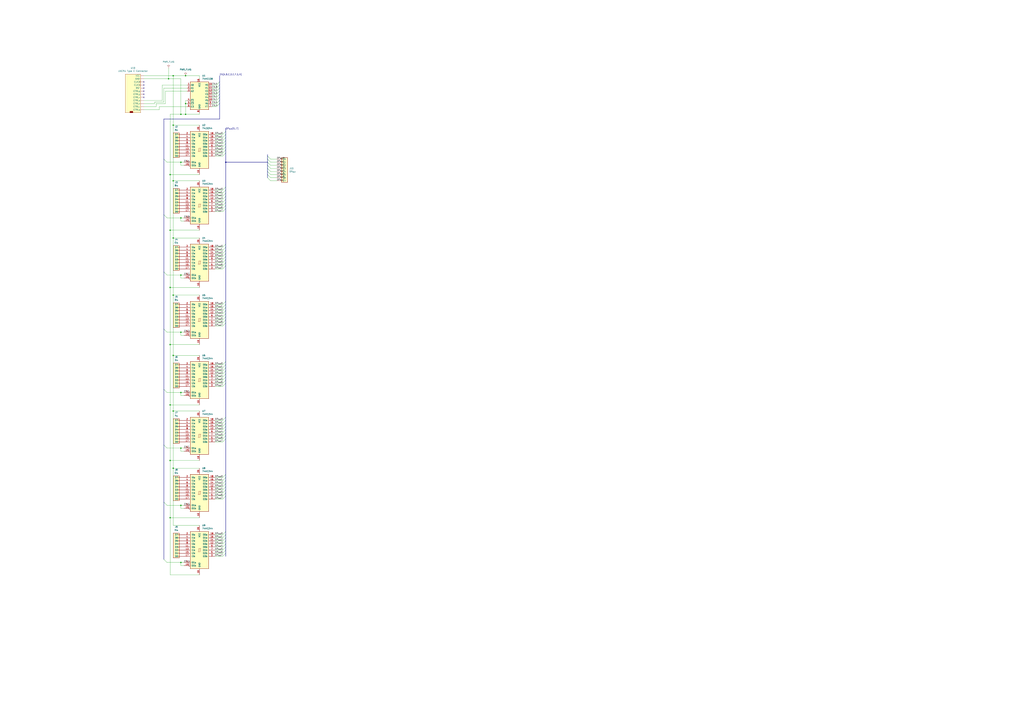
<source format=kicad_sch>
(kicad_sch
	(version 20250114)
	(generator "eeschema")
	(generator_version "9.0")
	(uuid "ef6ee4eb-b4f3-475f-bd29-90e6836bca32")
	(paper "A1")
	(lib_symbols
		(symbol "74xx:74HC238"
			(exclude_from_sim no)
			(in_bom yes)
			(on_board yes)
			(property "Reference" "U"
				(at -7.62 13.97 0)
				(effects
					(font
						(size 1.27 1.27)
					)
					(justify left bottom)
				)
			)
			(property "Value" "74HC238"
				(at 2.54 -11.43 0)
				(effects
					(font
						(size 1.27 1.27)
					)
					(justify left top)
				)
			)
			(property "Footprint" ""
				(at 0 0 0)
				(effects
					(font
						(size 1.27 1.27)
					)
					(hide yes)
				)
			)
			(property "Datasheet" "https://www.ti.com/lit/ds/symlink/cd74hc238.pdf"
				(at 0 0 0)
				(effects
					(font
						(size 1.27 1.27)
					)
					(hide yes)
				)
			)
			(property "Description" "3-to-8 line decoder/multiplexer, DIP-16/SOIC-16/SSOP-16"
				(at 0 0 0)
				(effects
					(font
						(size 1.27 1.27)
					)
					(hide yes)
				)
			)
			(property "ki_keywords" "demux"
				(at 0 0 0)
				(effects
					(font
						(size 1.27 1.27)
					)
					(hide yes)
				)
			)
			(property "ki_fp_filters" "DIP*W7.62mm* SOIC*3.9x9.9mm*P1.27mm* TSSOP*4.4x5mm*P0.65mm*"
				(at 0 0 0)
				(effects
					(font
						(size 1.27 1.27)
					)
					(hide yes)
				)
			)
			(symbol "74HC238_0_1"
				(rectangle
					(start -7.62 12.7)
					(end 7.62 -10.16)
					(stroke
						(width 0.254)
						(type default)
					)
					(fill
						(type background)
					)
				)
			)
			(symbol "74HC238_1_1"
				(pin input line
					(at -10.16 10.16 0)
					(length 2.54)
					(name "A0"
						(effects
							(font
								(size 1.27 1.27)
							)
						)
					)
					(number "1"
						(effects
							(font
								(size 1.27 1.27)
							)
						)
					)
				)
				(pin input line
					(at -10.16 7.62 0)
					(length 2.54)
					(name "A1"
						(effects
							(font
								(size 1.27 1.27)
							)
						)
					)
					(number "2"
						(effects
							(font
								(size 1.27 1.27)
							)
						)
					)
				)
				(pin input line
					(at -10.16 5.08 0)
					(length 2.54)
					(name "A2"
						(effects
							(font
								(size 1.27 1.27)
							)
						)
					)
					(number "3"
						(effects
							(font
								(size 1.27 1.27)
							)
						)
					)
				)
				(pin input line
					(at -10.16 -2.54 0)
					(length 2.54)
					(name "~{E1}"
						(effects
							(font
								(size 1.27 1.27)
							)
						)
					)
					(number "4"
						(effects
							(font
								(size 1.27 1.27)
							)
						)
					)
				)
				(pin input line
					(at -10.16 -5.08 0)
					(length 2.54)
					(name "~{E2}"
						(effects
							(font
								(size 1.27 1.27)
							)
						)
					)
					(number "5"
						(effects
							(font
								(size 1.27 1.27)
							)
						)
					)
				)
				(pin input line
					(at -10.16 -7.62 0)
					(length 2.54)
					(name "E3"
						(effects
							(font
								(size 1.27 1.27)
							)
						)
					)
					(number "6"
						(effects
							(font
								(size 1.27 1.27)
							)
						)
					)
				)
				(pin power_in line
					(at 0 15.24 270)
					(length 2.54)
					(name "VCC"
						(effects
							(font
								(size 1.27 1.27)
							)
						)
					)
					(number "16"
						(effects
							(font
								(size 1.27 1.27)
							)
						)
					)
				)
				(pin power_in line
					(at 0 -12.7 90)
					(length 2.54)
					(name "GND"
						(effects
							(font
								(size 1.27 1.27)
							)
						)
					)
					(number "8"
						(effects
							(font
								(size 1.27 1.27)
							)
						)
					)
				)
				(pin output line
					(at 10.16 10.16 180)
					(length 2.54)
					(name "Y0"
						(effects
							(font
								(size 1.27 1.27)
							)
						)
					)
					(number "15"
						(effects
							(font
								(size 1.27 1.27)
							)
						)
					)
				)
				(pin output line
					(at 10.16 7.62 180)
					(length 2.54)
					(name "Y1"
						(effects
							(font
								(size 1.27 1.27)
							)
						)
					)
					(number "14"
						(effects
							(font
								(size 1.27 1.27)
							)
						)
					)
				)
				(pin output line
					(at 10.16 5.08 180)
					(length 2.54)
					(name "Y2"
						(effects
							(font
								(size 1.27 1.27)
							)
						)
					)
					(number "13"
						(effects
							(font
								(size 1.27 1.27)
							)
						)
					)
				)
				(pin output line
					(at 10.16 2.54 180)
					(length 2.54)
					(name "Y3"
						(effects
							(font
								(size 1.27 1.27)
							)
						)
					)
					(number "12"
						(effects
							(font
								(size 1.27 1.27)
							)
						)
					)
				)
				(pin output line
					(at 10.16 0 180)
					(length 2.54)
					(name "Y4"
						(effects
							(font
								(size 1.27 1.27)
							)
						)
					)
					(number "11"
						(effects
							(font
								(size 1.27 1.27)
							)
						)
					)
				)
				(pin output line
					(at 10.16 -2.54 180)
					(length 2.54)
					(name "Y5"
						(effects
							(font
								(size 1.27 1.27)
							)
						)
					)
					(number "10"
						(effects
							(font
								(size 1.27 1.27)
							)
						)
					)
				)
				(pin output line
					(at 10.16 -5.08 180)
					(length 2.54)
					(name "Y6"
						(effects
							(font
								(size 1.27 1.27)
							)
						)
					)
					(number "9"
						(effects
							(font
								(size 1.27 1.27)
							)
						)
					)
				)
				(pin output line
					(at 10.16 -7.62 180)
					(length 2.54)
					(name "Y7"
						(effects
							(font
								(size 1.27 1.27)
							)
						)
					)
					(number "7"
						(effects
							(font
								(size 1.27 1.27)
							)
						)
					)
				)
			)
			(embedded_fonts no)
		)
		(symbol "74xx:74LS244"
			(pin_names
				(offset 1.016)
			)
			(exclude_from_sim no)
			(in_bom yes)
			(on_board yes)
			(property "Reference" "U"
				(at -7.62 16.51 0)
				(effects
					(font
						(size 1.27 1.27)
					)
				)
			)
			(property "Value" "74LS244"
				(at -7.62 -16.51 0)
				(effects
					(font
						(size 1.27 1.27)
					)
				)
			)
			(property "Footprint" ""
				(at 0 0 0)
				(effects
					(font
						(size 1.27 1.27)
					)
					(hide yes)
				)
			)
			(property "Datasheet" "http://www.ti.com/lit/ds/symlink/sn74ls244.pdf"
				(at 0 0 0)
				(effects
					(font
						(size 1.27 1.27)
					)
					(hide yes)
				)
			)
			(property "Description" "Octal Buffer and Line Driver With 3-State Output, active-low enables, non-inverting outputs"
				(at 0 0 0)
				(effects
					(font
						(size 1.27 1.27)
					)
					(hide yes)
				)
			)
			(property "ki_keywords" "7400 logic ttl low power schottky"
				(at 0 0 0)
				(effects
					(font
						(size 1.27 1.27)
					)
					(hide yes)
				)
			)
			(property "ki_fp_filters" "DIP?20*"
				(at 0 0 0)
				(effects
					(font
						(size 1.27 1.27)
					)
					(hide yes)
				)
			)
			(symbol "74LS244_1_0"
				(polyline
					(pts
						(xy -1.27 -1.27) (xy 0.635 -1.27) (xy 0.635 1.27) (xy 1.27 1.27)
					)
					(stroke
						(width 0)
						(type default)
					)
					(fill
						(type none)
					)
				)
				(polyline
					(pts
						(xy -0.635 -1.27) (xy -0.635 1.27) (xy 0.635 1.27)
					)
					(stroke
						(width 0)
						(type default)
					)
					(fill
						(type none)
					)
				)
				(pin input line
					(at -12.7 12.7 0)
					(length 5.08)
					(name "I0a"
						(effects
							(font
								(size 1.27 1.27)
							)
						)
					)
					(number "2"
						(effects
							(font
								(size 1.27 1.27)
							)
						)
					)
				)
				(pin input line
					(at -12.7 10.16 0)
					(length 5.08)
					(name "I1a"
						(effects
							(font
								(size 1.27 1.27)
							)
						)
					)
					(number "4"
						(effects
							(font
								(size 1.27 1.27)
							)
						)
					)
				)
				(pin input line
					(at -12.7 7.62 0)
					(length 5.08)
					(name "I2a"
						(effects
							(font
								(size 1.27 1.27)
							)
						)
					)
					(number "6"
						(effects
							(font
								(size 1.27 1.27)
							)
						)
					)
				)
				(pin input line
					(at -12.7 5.08 0)
					(length 5.08)
					(name "I3a"
						(effects
							(font
								(size 1.27 1.27)
							)
						)
					)
					(number "8"
						(effects
							(font
								(size 1.27 1.27)
							)
						)
					)
				)
				(pin input line
					(at -12.7 2.54 0)
					(length 5.08)
					(name "I0b"
						(effects
							(font
								(size 1.27 1.27)
							)
						)
					)
					(number "11"
						(effects
							(font
								(size 1.27 1.27)
							)
						)
					)
				)
				(pin input line
					(at -12.7 0 0)
					(length 5.08)
					(name "I1b"
						(effects
							(font
								(size 1.27 1.27)
							)
						)
					)
					(number "13"
						(effects
							(font
								(size 1.27 1.27)
							)
						)
					)
				)
				(pin input line
					(at -12.7 -2.54 0)
					(length 5.08)
					(name "I2b"
						(effects
							(font
								(size 1.27 1.27)
							)
						)
					)
					(number "15"
						(effects
							(font
								(size 1.27 1.27)
							)
						)
					)
				)
				(pin input line
					(at -12.7 -5.08 0)
					(length 5.08)
					(name "I3b"
						(effects
							(font
								(size 1.27 1.27)
							)
						)
					)
					(number "17"
						(effects
							(font
								(size 1.27 1.27)
							)
						)
					)
				)
				(pin input inverted
					(at -12.7 -10.16 0)
					(length 5.08)
					(name "OEa"
						(effects
							(font
								(size 1.27 1.27)
							)
						)
					)
					(number "1"
						(effects
							(font
								(size 1.27 1.27)
							)
						)
					)
				)
				(pin input inverted
					(at -12.7 -12.7 0)
					(length 5.08)
					(name "OEb"
						(effects
							(font
								(size 1.27 1.27)
							)
						)
					)
					(number "19"
						(effects
							(font
								(size 1.27 1.27)
							)
						)
					)
				)
				(pin power_in line
					(at 0 20.32 270)
					(length 5.08)
					(name "VCC"
						(effects
							(font
								(size 1.27 1.27)
							)
						)
					)
					(number "20"
						(effects
							(font
								(size 1.27 1.27)
							)
						)
					)
				)
				(pin power_in line
					(at 0 -20.32 90)
					(length 5.08)
					(name "GND"
						(effects
							(font
								(size 1.27 1.27)
							)
						)
					)
					(number "10"
						(effects
							(font
								(size 1.27 1.27)
							)
						)
					)
				)
				(pin tri_state line
					(at 12.7 12.7 180)
					(length 5.08)
					(name "O0a"
						(effects
							(font
								(size 1.27 1.27)
							)
						)
					)
					(number "18"
						(effects
							(font
								(size 1.27 1.27)
							)
						)
					)
				)
				(pin tri_state line
					(at 12.7 10.16 180)
					(length 5.08)
					(name "O1a"
						(effects
							(font
								(size 1.27 1.27)
							)
						)
					)
					(number "16"
						(effects
							(font
								(size 1.27 1.27)
							)
						)
					)
				)
				(pin tri_state line
					(at 12.7 7.62 180)
					(length 5.08)
					(name "O2a"
						(effects
							(font
								(size 1.27 1.27)
							)
						)
					)
					(number "14"
						(effects
							(font
								(size 1.27 1.27)
							)
						)
					)
				)
				(pin tri_state line
					(at 12.7 5.08 180)
					(length 5.08)
					(name "O3a"
						(effects
							(font
								(size 1.27 1.27)
							)
						)
					)
					(number "12"
						(effects
							(font
								(size 1.27 1.27)
							)
						)
					)
				)
				(pin tri_state line
					(at 12.7 2.54 180)
					(length 5.08)
					(name "O0b"
						(effects
							(font
								(size 1.27 1.27)
							)
						)
					)
					(number "9"
						(effects
							(font
								(size 1.27 1.27)
							)
						)
					)
				)
				(pin tri_state line
					(at 12.7 0 180)
					(length 5.08)
					(name "O1b"
						(effects
							(font
								(size 1.27 1.27)
							)
						)
					)
					(number "7"
						(effects
							(font
								(size 1.27 1.27)
							)
						)
					)
				)
				(pin tri_state line
					(at 12.7 -2.54 180)
					(length 5.08)
					(name "O2b"
						(effects
							(font
								(size 1.27 1.27)
							)
						)
					)
					(number "5"
						(effects
							(font
								(size 1.27 1.27)
							)
						)
					)
				)
				(pin tri_state line
					(at 12.7 -5.08 180)
					(length 5.08)
					(name "O3b"
						(effects
							(font
								(size 1.27 1.27)
							)
						)
					)
					(number "3"
						(effects
							(font
								(size 1.27 1.27)
							)
						)
					)
				)
			)
			(symbol "74LS244_1_1"
				(rectangle
					(start -7.62 15.24)
					(end 7.62 -15.24)
					(stroke
						(width 0.254)
						(type default)
					)
					(fill
						(type background)
					)
				)
			)
			(embedded_fonts no)
		)
		(symbol "lncpu:LNCPU_DBUS_Socket"
			(pin_numbers
				(hide yes)
			)
			(pin_names
				(offset 1.016)
			)
			(exclude_from_sim no)
			(in_bom yes)
			(on_board yes)
			(property "Reference" "J"
				(at 3.81 0.0001 0)
				(effects
					(font
						(size 1.27 1.27)
					)
					(justify left)
				)
			)
			(property "Value" "OP_{out}"
				(at 3.81 -2.5399 0)
				(effects
					(font
						(size 1.27 1.27)
					)
					(justify left)
				)
			)
			(property "Footprint" "Connector_PinSocket_2.54mm:PinSocket_1x08_P2.54mm_Vertical"
				(at 0.254 9.906 0)
				(effects
					(font
						(size 1.27 1.27)
					)
					(hide yes)
				)
			)
			(property "Datasheet" "~"
				(at 0 0 0)
				(effects
					(font
						(size 1.27 1.27)
					)
					(hide yes)
				)
			)
			(property "Description" "LNCPU DBUS socket"
				(at 0 0 0)
				(effects
					(font
						(size 1.27 1.27)
					)
					(hide yes)
				)
			)
			(property "ki_keywords" "LNCPU DBUS socket"
				(at 0 0 0)
				(effects
					(font
						(size 1.27 1.27)
					)
					(hide yes)
				)
			)
			(property "ki_fp_filters" "Connector*:*_1x??_*"
				(at 0 0 0)
				(effects
					(font
						(size 1.27 1.27)
					)
					(hide yes)
				)
			)
			(symbol "LNCPU_DBUS_Socket_1_1"
				(rectangle
					(start -1.27 8.89)
					(end 3.81 -11.43)
					(stroke
						(width 0.254)
						(type default)
					)
					(fill
						(type background)
					)
				)
				(rectangle
					(start -1.27 7.747)
					(end 0 7.493)
					(stroke
						(width 0.1524)
						(type default)
					)
					(fill
						(type none)
					)
				)
				(rectangle
					(start -1.27 5.207)
					(end 0 4.953)
					(stroke
						(width 0.1524)
						(type default)
					)
					(fill
						(type none)
					)
				)
				(rectangle
					(start -1.27 2.667)
					(end 0 2.413)
					(stroke
						(width 0.1524)
						(type default)
					)
					(fill
						(type none)
					)
				)
				(rectangle
					(start -1.27 0.127)
					(end 0 -0.127)
					(stroke
						(width 0.1524)
						(type default)
					)
					(fill
						(type none)
					)
				)
				(rectangle
					(start -1.27 -2.413)
					(end 0 -2.667)
					(stroke
						(width 0.1524)
						(type default)
					)
					(fill
						(type none)
					)
				)
				(rectangle
					(start -1.27 -4.953)
					(end 0 -5.207)
					(stroke
						(width 0.1524)
						(type default)
					)
					(fill
						(type none)
					)
				)
				(rectangle
					(start -1.27 -7.493)
					(end 0 -7.747)
					(stroke
						(width 0.1524)
						(type default)
					)
					(fill
						(type none)
					)
				)
				(rectangle
					(start -1.27 -10.033)
					(end 0 -10.287)
					(stroke
						(width 0.1524)
						(type default)
					)
					(fill
						(type none)
					)
				)
				(pin passive line
					(at -5.08 7.62 0)
					(length 3.81)
					(name "D0"
						(effects
							(font
								(size 1.27 1.27)
							)
						)
					)
					(number "1"
						(effects
							(font
								(size 1.27 1.27)
							)
						)
					)
				)
				(pin passive line
					(at -5.08 5.08 0)
					(length 3.81)
					(name "D1"
						(effects
							(font
								(size 1.27 1.27)
							)
						)
					)
					(number "2"
						(effects
							(font
								(size 1.27 1.27)
							)
						)
					)
				)
				(pin passive line
					(at -5.08 2.54 0)
					(length 3.81)
					(name "D2"
						(effects
							(font
								(size 1.27 1.27)
							)
						)
					)
					(number "3"
						(effects
							(font
								(size 1.27 1.27)
							)
						)
					)
				)
				(pin passive line
					(at -5.08 0 0)
					(length 3.81)
					(name "D3"
						(effects
							(font
								(size 1.27 1.27)
							)
						)
					)
					(number "4"
						(effects
							(font
								(size 1.27 1.27)
							)
						)
					)
				)
				(pin passive line
					(at -5.08 -2.54 0)
					(length 3.81)
					(name "D4"
						(effects
							(font
								(size 1.27 1.27)
							)
						)
					)
					(number "5"
						(effects
							(font
								(size 1.27 1.27)
							)
						)
					)
				)
				(pin passive line
					(at -5.08 -5.08 0)
					(length 3.81)
					(name "D5"
						(effects
							(font
								(size 1.27 1.27)
							)
						)
					)
					(number "6"
						(effects
							(font
								(size 1.27 1.27)
							)
						)
					)
				)
				(pin passive line
					(at -5.08 -7.62 0)
					(length 3.81)
					(name "D6"
						(effects
							(font
								(size 1.27 1.27)
							)
						)
					)
					(number "7"
						(effects
							(font
								(size 1.27 1.27)
							)
						)
					)
				)
				(pin passive line
					(at -5.08 -10.16 0)
					(length 3.81)
					(name "D7"
						(effects
							(font
								(size 1.27 1.27)
							)
						)
					)
					(number "8"
						(effects
							(font
								(size 1.27 1.27)
							)
						)
					)
				)
			)
			(embedded_fonts no)
		)
		(symbol "lncpu:LNCPU_Type_C_Connector"
			(pin_numbers
				(hide yes)
			)
			(exclude_from_sim no)
			(in_bom yes)
			(on_board yes)
			(property "Reference" "U"
				(at 6.35 3.302 0)
				(effects
					(font
						(size 1.27 1.27)
					)
				)
			)
			(property "Value" "LNCPU Type C Connector"
				(at 6.35 2.54 0)
				(effects
					(font
						(size 1.27 1.27)
					)
				)
			)
			(property "Footprint" ""
				(at 6.35 2.54 0)
				(effects
					(font
						(size 1.27 1.27)
					)
					(hide yes)
				)
			)
			(property "Datasheet" ""
				(at 6.35 2.54 0)
				(effects
					(font
						(size 1.27 1.27)
					)
					(hide yes)
				)
			)
			(property "Description" "LNCPU Type C Connector (select footprint for socket or header)"
				(at 6.35 2.54 0)
				(effects
					(font
						(size 1.27 1.27)
					)
					(hide yes)
				)
			)
			(property "ki_keywords" "LNCPU Type C Connector"
				(at 0 0 0)
				(effects
					(font
						(size 1.27 1.27)
					)
					(hide yes)
				)
			)
			(property "ki_fp_filters" "LNCPU_Type_C_*"
				(at 0 0 0)
				(effects
					(font
						(size 1.27 1.27)
					)
					(hide yes)
				)
			)
			(symbol "LNCPU_Type_C_Connector_0_1"
				(rectangle
					(start 0 0)
					(end 12.7 -31.75)
					(stroke
						(width 0)
						(type default)
					)
					(fill
						(type background)
					)
				)
				(rectangle
					(start 6.35 0)
					(end 8.89 -1.27)
					(stroke
						(width 0)
						(type default)
					)
					(fill
						(type outline)
					)
				)
			)
			(symbol "LNCPU_Type_C_Connector_1_1"
				(pin passive line
					(at -2.54 -2.54 0)
					(length 2.54)
					(name "CTRL_{0}"
						(effects
							(font
								(size 1.27 1.27)
							)
						)
					)
					(number "3"
						(effects
							(font
								(size 1.27 1.27)
							)
						)
					)
				)
				(pin passive line
					(at -2.54 -5.08 0)
					(length 2.54)
					(name "CTRL_{1}"
						(effects
							(font
								(size 1.27 1.27)
							)
						)
					)
					(number "4"
						(effects
							(font
								(size 1.27 1.27)
							)
						)
					)
				)
				(pin passive line
					(at -2.54 -7.62 0)
					(length 2.54)
					(name "CTRL_{2}"
						(effects
							(font
								(size 1.27 1.27)
							)
						)
					)
					(number "5"
						(effects
							(font
								(size 1.27 1.27)
							)
						)
					)
				)
				(pin passive line
					(at -2.54 -10.16 0)
					(length 2.54)
					(name "CTRL_{3}"
						(effects
							(font
								(size 1.27 1.27)
							)
						)
					)
					(number "6"
						(effects
							(font
								(size 1.27 1.27)
							)
						)
					)
				)
				(pin passive line
					(at -2.54 -12.7 0)
					(length 2.54)
					(name "CTRL_{4}"
						(effects
							(font
								(size 1.27 1.27)
							)
						)
					)
					(number "7"
						(effects
							(font
								(size 1.27 1.27)
							)
						)
					)
				)
				(pin passive line
					(at -2.54 -15.24 0)
					(length 2.54)
					(name "CTRL_{5}"
						(effects
							(font
								(size 1.27 1.27)
							)
						)
					)
					(number "8"
						(effects
							(font
								(size 1.27 1.27)
							)
						)
					)
				)
				(pin passive line
					(at -2.54 -17.78 0)
					(length 2.54)
					(name "CTRL_{6}"
						(effects
							(font
								(size 1.27 1.27)
							)
						)
					)
					(number "9"
						(effects
							(font
								(size 1.27 1.27)
							)
						)
					)
				)
				(pin passive line
					(at -2.54 -20.32 0)
					(length 2.54)
					(name "RST"
						(effects
							(font
								(size 1.27 1.27)
							)
						)
					)
					(number "11"
						(effects
							(font
								(size 1.27 1.27)
							)
						)
					)
				)
				(pin passive clock
					(at -2.54 -22.86 0)
					(length 2.54)
					(name "CLK1"
						(effects
							(font
								(size 1.27 1.27)
							)
						)
					)
					(number "13"
						(effects
							(font
								(size 1.27 1.27)
							)
						)
					)
				)
				(pin passive clock
					(at -2.54 -25.4 0)
					(length 2.54)
					(name "CLK2"
						(effects
							(font
								(size 1.27 1.27)
							)
						)
					)
					(number "15"
						(effects
							(font
								(size 1.27 1.27)
							)
						)
					)
				)
				(pin passive line
					(at -2.54 -27.94 0)
					(length 2.54)
					(name "GND"
						(effects
							(font
								(size 1.27 1.27)
							)
						)
					)
					(number "1"
						(effects
							(font
								(size 1.27 1.27)
							)
						)
					)
				)
				(pin passive line
					(at -2.54 -27.94 0)
					(length 2.54)
					(hide yes)
					(name "GND"
						(effects
							(font
								(size 1.27 1.27)
							)
						)
					)
					(number "10"
						(effects
							(font
								(size 1.27 1.27)
							)
						)
					)
				)
				(pin passive line
					(at -2.54 -27.94 0)
					(length 2.54)
					(hide yes)
					(name "GND"
						(effects
							(font
								(size 1.27 1.27)
							)
						)
					)
					(number "12"
						(effects
							(font
								(size 1.27 1.27)
							)
						)
					)
				)
				(pin passive line
					(at -2.54 -27.94 0)
					(length 2.54)
					(hide yes)
					(name "GND"
						(effects
							(font
								(size 1.27 1.27)
							)
						)
					)
					(number "14"
						(effects
							(font
								(size 1.27 1.27)
							)
						)
					)
				)
				(pin passive line
					(at -2.54 -30.48 0)
					(length 2.54)
					(hide yes)
					(name "VCC"
						(effects
							(font
								(size 1.27 1.27)
							)
						)
					)
					(number "16"
						(effects
							(font
								(size 1.27 1.27)
							)
						)
					)
				)
				(pin passive line
					(at -2.54 -30.48 0)
					(length 2.54)
					(name "VCC"
						(effects
							(font
								(size 1.27 1.27)
							)
						)
					)
					(number "2"
						(effects
							(font
								(size 1.27 1.27)
							)
						)
					)
				)
			)
			(embedded_fonts no)
		)
		(symbol "power:PWR_FLAG"
			(power)
			(pin_numbers
				(hide yes)
			)
			(pin_names
				(offset 0)
				(hide yes)
			)
			(exclude_from_sim no)
			(in_bom yes)
			(on_board yes)
			(property "Reference" "#FLG"
				(at 0 1.905 0)
				(effects
					(font
						(size 1.27 1.27)
					)
					(hide yes)
				)
			)
			(property "Value" "PWR_FLAG"
				(at 0 3.81 0)
				(effects
					(font
						(size 1.27 1.27)
					)
				)
			)
			(property "Footprint" ""
				(at 0 0 0)
				(effects
					(font
						(size 1.27 1.27)
					)
					(hide yes)
				)
			)
			(property "Datasheet" "~"
				(at 0 0 0)
				(effects
					(font
						(size 1.27 1.27)
					)
					(hide yes)
				)
			)
			(property "Description" "Special symbol for telling ERC where power comes from"
				(at 0 0 0)
				(effects
					(font
						(size 1.27 1.27)
					)
					(hide yes)
				)
			)
			(property "ki_keywords" "flag power"
				(at 0 0 0)
				(effects
					(font
						(size 1.27 1.27)
					)
					(hide yes)
				)
			)
			(symbol "PWR_FLAG_0_0"
				(pin power_out line
					(at 0 0 90)
					(length 0)
					(name "~"
						(effects
							(font
								(size 1.27 1.27)
							)
						)
					)
					(number "1"
						(effects
							(font
								(size 1.27 1.27)
							)
						)
					)
				)
			)
			(symbol "PWR_FLAG_0_1"
				(polyline
					(pts
						(xy 0 0) (xy 0 1.27) (xy -1.016 1.905) (xy 0 2.54) (xy 1.016 1.905) (xy 0 1.27)
					)
					(stroke
						(width 0)
						(type default)
					)
					(fill
						(type none)
					)
				)
			)
			(embedded_fonts no)
		)
	)
	(junction
		(at 148.59 179.07)
		(diameter 0)
		(color 0 0 0 0)
		(uuid "17a1905f-7721-48fd-81dc-7936cbbc7d29")
	)
	(junction
		(at 152.4 62.23)
		(diameter 0)
		(color 0 0 0 0)
		(uuid "18b56721-d78b-4398-9ae7-844b9d57778f")
	)
	(junction
		(at 142.24 62.23)
		(diameter 0)
		(color 0 0 0 0)
		(uuid "1c99f779-9306-41ac-b377-d64deca52bb8")
	)
	(junction
		(at 142.24 195.58)
		(diameter 0)
		(color 0 0 0 0)
		(uuid "27dda7d9-654a-4ede-a7f2-28ab6f1e1adf")
	)
	(junction
		(at 142.24 148.59)
		(diameter 0)
		(color 0 0 0 0)
		(uuid "2e884fc6-1a55-414d-99b7-380ad56815c3")
	)
	(junction
		(at 185.42 133.35)
		(diameter 0)
		(color 0 0 0 0)
		(uuid "490e88c7-d8d7-4885-af54-79cbca9bc730")
	)
	(junction
		(at 139.7 332.74)
		(diameter 0)
		(color 0 0 0 0)
		(uuid "4a860374-36c3-4ac7-969f-d85a00ca3121")
	)
	(junction
		(at 152.4 93.98)
		(diameter 0)
		(color 0 0 0 0)
		(uuid "4e5f2ff8-47b1-4f8a-b394-c4b93dcf2aec")
	)
	(junction
		(at 142.24 337.82)
		(diameter 0)
		(color 0 0 0 0)
		(uuid "59d0a655-7640-470b-8a31-b03511c685b2")
	)
	(junction
		(at 148.59 273.05)
		(diameter 0)
		(color 0 0 0 0)
		(uuid "74225439-e651-4389-9619-8c2dad4b8621")
	)
	(junction
		(at 148.59 368.3)
		(diameter 0)
		(color 0 0 0 0)
		(uuid "77d08004-c6e3-45f3-acee-cd4885ed96d3")
	)
	(junction
		(at 139.7 143.51)
		(diameter 0)
		(color 0 0 0 0)
		(uuid "7939cc6d-25cf-4aa4-bd73-5776b5df12a4")
	)
	(junction
		(at 139.7 425.45)
		(diameter 0)
		(color 0 0 0 0)
		(uuid "81efd00b-8446-47b6-9eaa-1f71a10b8eb2")
	)
	(junction
		(at 152.4 85.09)
		(diameter 0)
		(color 0 0 0 0)
		(uuid "901464d8-a7cc-4673-8166-2ca84cf8d3e8")
	)
	(junction
		(at 139.7 283.21)
		(diameter 0)
		(color 0 0 0 0)
		(uuid "9020d89c-16b9-4794-b0d2-09a238885e59")
	)
	(junction
		(at 139.7 236.22)
		(diameter 0)
		(color 0 0 0 0)
		(uuid "a2795c8f-a2fd-4bab-b1bd-5d3b43393fbc")
	)
	(junction
		(at 139.7 378.46)
		(diameter 0)
		(color 0 0 0 0)
		(uuid "ad9580e1-79f8-4c1a-af12-7f429ca8ce2c")
	)
	(junction
		(at 142.24 292.1)
		(diameter 0)
		(color 0 0 0 0)
		(uuid "afe80ed3-2ad4-4568-82ee-53265c10b37c")
	)
	(junction
		(at 148.59 462.28)
		(diameter 0)
		(color 0 0 0 0)
		(uuid "b1a3433c-abd7-4e72-b41b-50388776e742")
	)
	(junction
		(at 138.43 64.77)
		(diameter 0)
		(color 0 0 0 0)
		(uuid "b5d93509-dbe7-40f1-825c-5732bb0cc35d")
	)
	(junction
		(at 148.59 226.06)
		(diameter 0)
		(color 0 0 0 0)
		(uuid "cf6a95c1-bfc8-4621-864e-b3d01db3c397")
	)
	(junction
		(at 142.24 242.57)
		(diameter 0)
		(color 0 0 0 0)
		(uuid "d7f875a4-93b9-423f-9e7c-9f959ba1a0e2")
	)
	(junction
		(at 148.59 93.98)
		(diameter 0)
		(color 0 0 0 0)
		(uuid "db0c25e9-f386-4169-a993-30d8854b3016")
	)
	(junction
		(at 148.59 322.58)
		(diameter 0)
		(color 0 0 0 0)
		(uuid "dd45f0c0-10ed-4dfa-9591-1d21a9d1ff7f")
	)
	(junction
		(at 148.59 133.35)
		(diameter 0)
		(color 0 0 0 0)
		(uuid "ddbeb898-f1c6-4168-8031-658bd2722f8d")
	)
	(junction
		(at 142.24 384.81)
		(diameter 0)
		(color 0 0 0 0)
		(uuid "e48072cc-f70e-4e67-bc4a-8ef4f00f2c9f")
	)
	(junction
		(at 139.7 189.23)
		(diameter 0)
		(color 0 0 0 0)
		(uuid "ef65f45d-2b46-4a39-9854-6e371b8951ad")
	)
	(junction
		(at 142.24 102.87)
		(diameter 0)
		(color 0 0 0 0)
		(uuid "f91edabb-ad3b-4046-a6b6-b28d984ca40d")
	)
	(junction
		(at 148.59 415.29)
		(diameter 0)
		(color 0 0 0 0)
		(uuid "fc7134bf-0c83-4fa6-a38c-36cfe0ee3a41")
	)
	(no_connect
		(at 118.11 69.85)
		(uuid "1271e2f8-cb48-4509-8f49-1591ec7bf2d2")
	)
	(no_connect
		(at 118.11 74.93)
		(uuid "14bf8869-8946-4902-bd4f-a71f5ed0decb")
	)
	(no_connect
		(at 118.11 72.39)
		(uuid "61491f74-491f-43c6-9d03-6d06329a9df1")
	)
	(no_connect
		(at 118.11 67.31)
		(uuid "8bff1106-4571-4199-a068-c88e0d33f9af")
	)
	(no_connect
		(at 118.11 77.47)
		(uuid "9c897706-31b8-407f-8da6-292e6c31b6f2")
	)
	(no_connect
		(at 118.11 80.01)
		(uuid "cccb1c0c-ba3d-4d16-b808-377f227ce81a")
	)
	(bus_entry
		(at 185.42 353.06)
		(size -2.54 2.54)
		(stroke
			(width 0)
			(type default)
		)
		(uuid "0280b588-a554-4b96-aa17-647c6cad2c64")
	)
	(bus_entry
		(at 180.34 77.47)
		(size -2.54 2.54)
		(stroke
			(width 0)
			(type default)
		)
		(uuid "05b44792-bb0d-4bf4-b800-078241c82ceb")
	)
	(bus_entry
		(at 185.42 299.72)
		(size -2.54 2.54)
		(stroke
			(width 0)
			(type default)
		)
		(uuid "08afa089-ef9d-4b8d-903e-f1838c8ec109")
	)
	(bus_entry
		(at 185.42 110.49)
		(size -2.54 2.54)
		(stroke
			(width 0)
			(type default)
		)
		(uuid "153fc9ca-9cdc-4cbc-827c-693f909339fa")
	)
	(bus_entry
		(at 185.42 350.52)
		(size -2.54 2.54)
		(stroke
			(width 0)
			(type default)
		)
		(uuid "15893bd2-6a23-4f2d-966e-97b7599e2797")
	)
	(bus_entry
		(at 219.71 128.27)
		(size 2.54 2.54)
		(stroke
			(width 0)
			(type default)
		)
		(uuid "162fc4f2-3beb-4972-a376-b00a5fbe7cb2")
	)
	(bus_entry
		(at 219.71 133.35)
		(size 2.54 2.54)
		(stroke
			(width 0)
			(type default)
		)
		(uuid "1932e0de-a5d4-4f66-a123-dfcd24301709")
	)
	(bus_entry
		(at 185.42 260.35)
		(size -2.54 2.54)
		(stroke
			(width 0)
			(type default)
		)
		(uuid "1dd3cba4-286c-46e1-b505-591fd617f66c")
	)
	(bus_entry
		(at 185.42 449.58)
		(size -2.54 2.54)
		(stroke
			(width 0)
			(type default)
		)
		(uuid "20a2a2e0-d6b7-4c00-b4ef-84a9e82baad8")
	)
	(bus_entry
		(at 185.42 213.36)
		(size -2.54 2.54)
		(stroke
			(width 0)
			(type default)
		)
		(uuid "20b005f2-7792-4cd8-a0d8-7c45360c8934")
	)
	(bus_entry
		(at 219.71 146.05)
		(size 2.54 2.54)
		(stroke
			(width 0)
			(type default)
		)
		(uuid "23105ce9-7d67-4262-b091-4b9e67a4af1b")
	)
	(bus_entry
		(at 219.71 143.51)
		(size 2.54 2.54)
		(stroke
			(width 0)
			(type default)
		)
		(uuid "25bb8939-7d35-4c2c-a789-3e735d6f5e89")
	)
	(bus_entry
		(at 185.42 355.6)
		(size -2.54 2.54)
		(stroke
			(width 0)
			(type default)
		)
		(uuid "26d2a9a4-8ea7-4934-8512-eacb1b5a7a74")
	)
	(bus_entry
		(at 185.42 252.73)
		(size -2.54 2.54)
		(stroke
			(width 0)
			(type default)
		)
		(uuid "2b387703-1487-475b-a9d4-8ad2d502f0e1")
	)
	(bus_entry
		(at 185.42 205.74)
		(size -2.54 2.54)
		(stroke
			(width 0)
			(type default)
		)
		(uuid "2b97cacd-74d2-4ff6-832b-c643be287720")
	)
	(bus_entry
		(at 185.42 265.43)
		(size -2.54 2.54)
		(stroke
			(width 0)
			(type default)
		)
		(uuid "2ba7b52d-2c2f-47e5-a148-2d9385d6fc60")
	)
	(bus_entry
		(at 185.42 389.89)
		(size -2.54 2.54)
		(stroke
			(width 0)
			(type default)
		)
		(uuid "2d7b4b87-b57a-43b3-9ed4-17f6a2a66214")
	)
	(bus_entry
		(at 185.42 158.75)
		(size -2.54 2.54)
		(stroke
			(width 0)
			(type default)
		)
		(uuid "2e5f6ea2-4cb8-4185-a78f-7d8a200c3d55")
	)
	(bus_entry
		(at 185.42 125.73)
		(size -2.54 2.54)
		(stroke
			(width 0)
			(type default)
		)
		(uuid "2fe20814-06ae-40eb-9e17-1687fd05eaa9")
	)
	(bus_entry
		(at 185.42 208.28)
		(size -2.54 2.54)
		(stroke
			(width 0)
			(type default)
		)
		(uuid "344e0a5d-be43-4b85-ab2c-11cdace48f9a")
	)
	(bus_entry
		(at 185.42 118.11)
		(size -2.54 2.54)
		(stroke
			(width 0)
			(type default)
		)
		(uuid "35b8802f-ee77-4f32-a325-3e0caa929c62")
	)
	(bus_entry
		(at 180.34 85.09)
		(size -2.54 2.54)
		(stroke
			(width 0)
			(type default)
		)
		(uuid "39b5af49-a50a-4cde-bcbb-096fe4a94228")
	)
	(bus_entry
		(at 185.42 166.37)
		(size -2.54 2.54)
		(stroke
			(width 0)
			(type default)
		)
		(uuid "39d42578-a19a-4294-a633-6891f72a6ebf")
	)
	(bus_entry
		(at 180.34 67.31)
		(size -2.54 2.54)
		(stroke
			(width 0)
			(type default)
		)
		(uuid "44b291fa-c52b-4886-8d6d-b0cd7db73142")
	)
	(bus_entry
		(at 134.62 223.52)
		(size 2.54 2.54)
		(stroke
			(width 0)
			(type default)
		)
		(uuid "464d5df5-70d6-45fc-937a-6de1ef97f371")
	)
	(bus_entry
		(at 185.42 203.2)
		(size -2.54 2.54)
		(stroke
			(width 0)
			(type default)
		)
		(uuid "48de882b-c9c0-478d-9dc0-5aa117131450")
	)
	(bus_entry
		(at 134.62 270.51)
		(size 2.54 2.54)
		(stroke
			(width 0)
			(type default)
		)
		(uuid "4a0b6ec7-e37a-4b37-95ed-1b03110b1edb")
	)
	(bus_entry
		(at 219.71 130.81)
		(size 2.54 2.54)
		(stroke
			(width 0)
			(type default)
		)
		(uuid "4d92d865-52e3-473b-a226-bbfc82985980")
	)
	(bus_entry
		(at 185.42 257.81)
		(size -2.54 2.54)
		(stroke
			(width 0)
			(type default)
		)
		(uuid "4fe46d48-3d3d-4cb2-882e-8d663b74f27b")
	)
	(bus_entry
		(at 185.42 342.9)
		(size -2.54 2.54)
		(stroke
			(width 0)
			(type default)
		)
		(uuid "512c61a4-37b1-4090-a70b-a108131ae07d")
	)
	(bus_entry
		(at 185.42 436.88)
		(size -2.54 2.54)
		(stroke
			(width 0)
			(type default)
		)
		(uuid "515f373d-3510-4055-b2bd-f66b4703715a")
	)
	(bus_entry
		(at 185.42 439.42)
		(size -2.54 2.54)
		(stroke
			(width 0)
			(type default)
		)
		(uuid "551412a0-1d5c-433b-b2f4-7fb65910d352")
	)
	(bus_entry
		(at 185.42 441.96)
		(size -2.54 2.54)
		(stroke
			(width 0)
			(type default)
		)
		(uuid "55720698-e804-4f22-95eb-ea77108c6046")
	)
	(bus_entry
		(at 185.42 402.59)
		(size -2.54 2.54)
		(stroke
			(width 0)
			(type default)
		)
		(uuid "56948cd5-7832-4dd4-b76f-8bb422903b0a")
	)
	(bus_entry
		(at 185.42 345.44)
		(size -2.54 2.54)
		(stroke
			(width 0)
			(type default)
		)
		(uuid "59a38174-dc15-46a4-a310-db043c44b509")
	)
	(bus_entry
		(at 185.42 161.29)
		(size -2.54 2.54)
		(stroke
			(width 0)
			(type default)
		)
		(uuid "5bbd21da-517e-4ce0-94c0-6d7d1477d738")
	)
	(bus_entry
		(at 185.42 168.91)
		(size -2.54 2.54)
		(stroke
			(width 0)
			(type default)
		)
		(uuid "62d0508b-e3ec-4201-9f44-6d13577dc077")
	)
	(bus_entry
		(at 185.42 113.03)
		(size -2.54 2.54)
		(stroke
			(width 0)
			(type default)
		)
		(uuid "6aaa1fd4-a64f-4c69-a748-56705d4d3124")
	)
	(bus_entry
		(at 185.42 309.88)
		(size -2.54 2.54)
		(stroke
			(width 0)
			(type default)
		)
		(uuid "6c7e3531-ea52-41c5-96f1-f468bf94b49d")
	)
	(bus_entry
		(at 185.42 250.19)
		(size -2.54 2.54)
		(stroke
			(width 0)
			(type default)
		)
		(uuid "6d1cf8d5-a839-4fb1-8ebe-1f92cd145d03")
	)
	(bus_entry
		(at 185.42 447.04)
		(size -2.54 2.54)
		(stroke
			(width 0)
			(type default)
		)
		(uuid "6edc011e-3a1a-4406-98b7-113cd6fc099f")
	)
	(bus_entry
		(at 185.42 452.12)
		(size -2.54 2.54)
		(stroke
			(width 0)
			(type default)
		)
		(uuid "77792efc-266d-47f5-b47e-7bc792e93009")
	)
	(bus_entry
		(at 185.42 163.83)
		(size -2.54 2.54)
		(stroke
			(width 0)
			(type default)
		)
		(uuid "77e12e75-20a1-4340-a737-51a356f587ae")
	)
	(bus_entry
		(at 185.42 454.66)
		(size -2.54 2.54)
		(stroke
			(width 0)
			(type default)
		)
		(uuid "7bfa277f-7f23-4fe2-80b9-308b87d91829")
	)
	(bus_entry
		(at 185.42 392.43)
		(size -2.54 2.54)
		(stroke
			(width 0)
			(type default)
		)
		(uuid "7f27e406-56a5-4940-b21e-a312d25069e3")
	)
	(bus_entry
		(at 185.42 115.57)
		(size -2.54 2.54)
		(stroke
			(width 0)
			(type default)
		)
		(uuid "7ff870c7-aa03-44d6-9088-70087ee42437")
	)
	(bus_entry
		(at 185.42 314.96)
		(size -2.54 2.54)
		(stroke
			(width 0)
			(type default)
		)
		(uuid "803df9fe-b749-435d-82c1-1d3be1b1c352")
	)
	(bus_entry
		(at 185.42 397.51)
		(size -2.54 2.54)
		(stroke
			(width 0)
			(type default)
		)
		(uuid "8fd531bc-d095-40ad-80e2-26e914a11c84")
	)
	(bus_entry
		(at 185.42 215.9)
		(size -2.54 2.54)
		(stroke
			(width 0)
			(type default)
		)
		(uuid "913bafcf-43b9-40e0-8310-238b0d2406a0")
	)
	(bus_entry
		(at 134.62 459.74)
		(size 2.54 2.54)
		(stroke
			(width 0)
			(type default)
		)
		(uuid "91e97c13-dd13-48a9-82f0-927e6d909f29")
	)
	(bus_entry
		(at 185.42 302.26)
		(size -2.54 2.54)
		(stroke
			(width 0)
			(type default)
		)
		(uuid "96cf9f09-77cf-4361-b6bb-a8f901c7f578")
	)
	(bus_entry
		(at 185.42 200.66)
		(size -2.54 2.54)
		(stroke
			(width 0)
			(type default)
		)
		(uuid "98c2718d-3ed4-4ed0-bb68-caab24e6dffc")
	)
	(bus_entry
		(at 185.42 444.5)
		(size -2.54 2.54)
		(stroke
			(width 0)
			(type default)
		)
		(uuid "a580c83d-543d-4605-83c8-8a1fe0088392")
	)
	(bus_entry
		(at 185.42 262.89)
		(size -2.54 2.54)
		(stroke
			(width 0)
			(type default)
		)
		(uuid "a746ede0-dfb0-4bc7-a758-829f5c0b56b9")
	)
	(bus_entry
		(at 185.42 405.13)
		(size -2.54 2.54)
		(stroke
			(width 0)
			(type default)
		)
		(uuid "a872e21c-6bd6-40ef-880e-33e3575f908e")
	)
	(bus_entry
		(at 219.71 140.97)
		(size 2.54 2.54)
		(stroke
			(width 0)
			(type default)
		)
		(uuid "ada5423c-71f7-46c4-8d89-1a2f3bde1543")
	)
	(bus_entry
		(at 185.42 210.82)
		(size -2.54 2.54)
		(stroke
			(width 0)
			(type default)
		)
		(uuid "ae168448-f28a-4ca6-b436-e6e21bf7b8c6")
	)
	(bus_entry
		(at 180.34 80.01)
		(size -2.54 2.54)
		(stroke
			(width 0)
			(type default)
		)
		(uuid "afc53609-608f-42e3-91b6-49a909f27743")
	)
	(bus_entry
		(at 185.42 123.19)
		(size -2.54 2.54)
		(stroke
			(width 0)
			(type default)
		)
		(uuid "b07098cb-a37d-4e21-822c-edb99348b046")
	)
	(bus_entry
		(at 185.42 171.45)
		(size -2.54 2.54)
		(stroke
			(width 0)
			(type default)
		)
		(uuid "b0e6730f-f4b7-418d-b71a-cb6d0b9ba735")
	)
	(bus_entry
		(at 185.42 218.44)
		(size -2.54 2.54)
		(stroke
			(width 0)
			(type default)
		)
		(uuid "b121d7de-e41f-477a-87c8-fc9e16cab570")
	)
	(bus_entry
		(at 185.42 407.67)
		(size -2.54 2.54)
		(stroke
			(width 0)
			(type default)
		)
		(uuid "b12cef64-28c1-482b-a316-3d7003e84e5e")
	)
	(bus_entry
		(at 185.42 120.65)
		(size -2.54 2.54)
		(stroke
			(width 0)
			(type default)
		)
		(uuid "b8e908ed-2814-44da-be78-02c64d0ed764")
	)
	(bus_entry
		(at 134.62 130.81)
		(size 2.54 2.54)
		(stroke
			(width 0)
			(type default)
		)
		(uuid "bec207fa-ceda-42b7-9c60-4ddbb2bdbde2")
	)
	(bus_entry
		(at 185.42 307.34)
		(size -2.54 2.54)
		(stroke
			(width 0)
			(type default)
		)
		(uuid "bf11f048-0c7d-4afa-a884-930b056abcb0")
	)
	(bus_entry
		(at 185.42 358.14)
		(size -2.54 2.54)
		(stroke
			(width 0)
			(type default)
		)
		(uuid "c0a36924-6a6f-448e-8f9a-ac26d8634f73")
	)
	(bus_entry
		(at 185.42 153.67)
		(size -2.54 2.54)
		(stroke
			(width 0)
			(type default)
		)
		(uuid "c1665f75-d97b-4a46-a67d-80967f37cfd4")
	)
	(bus_entry
		(at 185.42 312.42)
		(size -2.54 2.54)
		(stroke
			(width 0)
			(type default)
		)
		(uuid "c5e536cd-5083-4f1d-b4ee-3ec3fa18ed41")
	)
	(bus_entry
		(at 185.42 304.8)
		(size -2.54 2.54)
		(stroke
			(width 0)
			(type default)
		)
		(uuid "c998b5d8-2794-4815-8b5d-2e9aa8de105c")
	)
	(bus_entry
		(at 180.34 72.39)
		(size -2.54 2.54)
		(stroke
			(width 0)
			(type default)
		)
		(uuid "cb1d63a6-72e3-4d13-a058-bcbc5add22b3")
	)
	(bus_entry
		(at 219.71 135.89)
		(size 2.54 2.54)
		(stroke
			(width 0)
			(type default)
		)
		(uuid "ccfdea3a-3bf4-404f-b0fe-ed44ae3c7d7f")
	)
	(bus_entry
		(at 185.42 360.68)
		(size -2.54 2.54)
		(stroke
			(width 0)
			(type default)
		)
		(uuid "ce31926e-0f37-45dc-8e69-7d2cd17d4564")
	)
	(bus_entry
		(at 134.62 412.75)
		(size 2.54 2.54)
		(stroke
			(width 0)
			(type default)
		)
		(uuid "cfec20ab-32b2-4d91-b6ea-8fdbde296779")
	)
	(bus_entry
		(at 185.42 156.21)
		(size -2.54 2.54)
		(stroke
			(width 0)
			(type default)
		)
		(uuid "d7f772d1-c44e-42e1-b889-87a4feda72ce")
	)
	(bus_entry
		(at 180.34 69.85)
		(size -2.54 2.54)
		(stroke
			(width 0)
			(type default)
		)
		(uuid "d8a85e41-a389-440f-9a70-d94285d4393a")
	)
	(bus_entry
		(at 134.62 365.76)
		(size 2.54 2.54)
		(stroke
			(width 0)
			(type default)
		)
		(uuid "dc267d3c-01ba-4ea8-ba67-1cb7df1c24db")
	)
	(bus_entry
		(at 185.42 107.95)
		(size -2.54 2.54)
		(stroke
			(width 0)
			(type default)
		)
		(uuid "dc56d903-fef4-4674-9f6d-a0d6040cd0b9")
	)
	(bus_entry
		(at 134.62 176.53)
		(size 2.54 2.54)
		(stroke
			(width 0)
			(type default)
		)
		(uuid "df35ee3d-8bd9-4ab1-8b5b-344bbd43a749")
	)
	(bus_entry
		(at 180.34 82.55)
		(size -2.54 2.54)
		(stroke
			(width 0)
			(type default)
		)
		(uuid "e02c60ac-9cbf-447f-a9cd-5028489ac1fa")
	)
	(bus_entry
		(at 185.42 394.97)
		(size -2.54 2.54)
		(stroke
			(width 0)
			(type default)
		)
		(uuid "e3e995b4-64a9-4dd2-904b-7c4a2d6e9d84")
	)
	(bus_entry
		(at 180.34 74.93)
		(size -2.54 2.54)
		(stroke
			(width 0)
			(type default)
		)
		(uuid "e95aeede-91af-4c00-8a71-a1e85f8922ea")
	)
	(bus_entry
		(at 219.71 138.43)
		(size 2.54 2.54)
		(stroke
			(width 0)
			(type default)
		)
		(uuid "eca73c13-7ba7-4fd0-957d-8713d5f6c7e6")
	)
	(bus_entry
		(at 134.62 320.04)
		(size 2.54 2.54)
		(stroke
			(width 0)
			(type default)
		)
		(uuid "efd39f1d-5826-481f-8012-2b240f95ec78")
	)
	(bus_entry
		(at 185.42 247.65)
		(size -2.54 2.54)
		(stroke
			(width 0)
			(type default)
		)
		(uuid "f0718b39-2268-4e24-bcd7-706ef0c5e4f1")
	)
	(bus_entry
		(at 185.42 347.98)
		(size -2.54 2.54)
		(stroke
			(width 0)
			(type default)
		)
		(uuid "f6ed3bc2-4b78-4808-9fbc-436d9e2f9e04")
	)
	(bus_entry
		(at 185.42 255.27)
		(size -2.54 2.54)
		(stroke
			(width 0)
			(type default)
		)
		(uuid "f864aea2-684f-470e-a246-9e73ac50a567")
	)
	(bus_entry
		(at 185.42 297.18)
		(size -2.54 2.54)
		(stroke
			(width 0)
			(type default)
		)
		(uuid "fa025084-8fb4-4ca4-b1dd-da02d5e3d642")
	)
	(bus_entry
		(at 185.42 400.05)
		(size -2.54 2.54)
		(stroke
			(width 0)
			(type default)
		)
		(uuid "fc5ceab0-2b42-40bf-aec1-b99f0475b02a")
	)
	(wire
		(pts
			(xy 148.59 368.3) (xy 151.13 368.3)
		)
		(stroke
			(width 0)
			(type default)
		)
		(uuid "004812b1-4388-4da5-9566-977373a9235f")
	)
	(bus
		(pts
			(xy 185.42 210.82) (xy 185.42 213.36)
		)
		(stroke
			(width 0)
			(type default)
		)
		(uuid "007efcbf-4c9d-463e-9bad-f0fbcfc56a52")
	)
	(bus
		(pts
			(xy 185.42 392.43) (xy 185.42 394.97)
		)
		(stroke
			(width 0)
			(type default)
		)
		(uuid "00d359d6-9e8b-4327-8240-ee865d2da9e6")
	)
	(bus
		(pts
			(xy 134.62 130.81) (xy 134.62 176.53)
		)
		(stroke
			(width 0)
			(type default)
		)
		(uuid "00dea598-4b12-47ac-b9bf-b7f43507cbd5")
	)
	(bus
		(pts
			(xy 180.34 67.31) (xy 180.34 69.85)
		)
		(stroke
			(width 0)
			(type default)
		)
		(uuid "016c76c1-f638-49dc-bfc6-c2cfe198f4e3")
	)
	(bus
		(pts
			(xy 185.42 441.96) (xy 185.42 444.5)
		)
		(stroke
			(width 0)
			(type default)
		)
		(uuid "01fa44d4-ee04-4697-aae2-9ff755a08e1a")
	)
	(bus
		(pts
			(xy 185.42 400.05) (xy 185.42 402.59)
		)
		(stroke
			(width 0)
			(type default)
		)
		(uuid "02ec55b9-e21a-49eb-9a6f-19770b9e1915")
	)
	(wire
		(pts
			(xy 148.59 417.83) (xy 151.13 417.83)
		)
		(stroke
			(width 0)
			(type default)
		)
		(uuid "03fcd546-d6c3-4444-9919-98124cc3031d")
	)
	(wire
		(pts
			(xy 137.16 179.07) (xy 148.59 179.07)
		)
		(stroke
			(width 0)
			(type default)
		)
		(uuid "042dbbae-4106-49bc-98ca-c200fc1f9054")
	)
	(wire
		(pts
			(xy 142.24 195.58) (xy 163.83 195.58)
		)
		(stroke
			(width 0)
			(type default)
		)
		(uuid "05914988-7bf7-45a9-ad83-23b988ae848e")
	)
	(wire
		(pts
			(xy 176.53 347.98) (xy 182.88 347.98)
		)
		(stroke
			(width 0)
			(type default)
		)
		(uuid "05982cdc-044e-4879-bc13-5005a2f100b3")
	)
	(bus
		(pts
			(xy 185.42 208.28) (xy 185.42 210.82)
		)
		(stroke
			(width 0)
			(type default)
		)
		(uuid "06aef69d-c547-4b76-86cc-8d741d5fff8b")
	)
	(wire
		(pts
			(xy 142.24 292.1) (xy 142.24 337.82)
		)
		(stroke
			(width 0)
			(type default)
		)
		(uuid "07fafdb0-8176-45d1-96c8-8d1f62b9c13c")
	)
	(bus
		(pts
			(xy 185.42 355.6) (xy 185.42 358.14)
		)
		(stroke
			(width 0)
			(type default)
		)
		(uuid "08eb4731-2018-4963-8e59-78313667a69b")
	)
	(wire
		(pts
			(xy 148.59 226.06) (xy 148.59 228.6)
		)
		(stroke
			(width 0)
			(type default)
		)
		(uuid "0a90b0f3-d25d-4794-a4e0-8572ba869a06")
	)
	(wire
		(pts
			(xy 176.53 123.19) (xy 182.88 123.19)
		)
		(stroke
			(width 0)
			(type default)
		)
		(uuid "0c23ce12-9ff2-4043-bcca-1172e4c2f2fe")
	)
	(wire
		(pts
			(xy 142.24 148.59) (xy 163.83 148.59)
		)
		(stroke
			(width 0)
			(type default)
		)
		(uuid "0c5176ce-0a03-4e61-a188-2a8f32d69a7b")
	)
	(wire
		(pts
			(xy 148.59 226.06) (xy 151.13 226.06)
		)
		(stroke
			(width 0)
			(type default)
		)
		(uuid "0cdb7cb3-5af0-4cbd-bef2-32886206b7b3")
	)
	(wire
		(pts
			(xy 176.53 210.82) (xy 182.88 210.82)
		)
		(stroke
			(width 0)
			(type default)
		)
		(uuid "0f0e5037-a4e4-45bd-8e68-1e2a8938c5c5")
	)
	(bus
		(pts
			(xy 180.34 62.23) (xy 180.34 67.31)
		)
		(stroke
			(width 0)
			(type default)
		)
		(uuid "0f56711b-dcbd-4b97-87e5-91b1142762c8")
	)
	(wire
		(pts
			(xy 127 83.82) (xy 134.62 83.82)
		)
		(stroke
			(width 0)
			(type default)
		)
		(uuid "1012719a-fa9a-48ef-955e-575d28d2d00a")
	)
	(bus
		(pts
			(xy 185.42 342.9) (xy 185.42 345.44)
		)
		(stroke
			(width 0)
			(type default)
		)
		(uuid "10599422-db6b-49a4-92fe-8b8e4b218e2d")
	)
	(wire
		(pts
			(xy 176.53 250.19) (xy 182.88 250.19)
		)
		(stroke
			(width 0)
			(type default)
		)
		(uuid "105bf0bf-cb3c-4342-982e-b8d8a133ffcb")
	)
	(wire
		(pts
			(xy 176.53 171.45) (xy 182.88 171.45)
		)
		(stroke
			(width 0)
			(type default)
		)
		(uuid "10f514e3-dca6-440d-a428-ad56d79eef43")
	)
	(wire
		(pts
			(xy 148.59 133.35) (xy 148.59 135.89)
		)
		(stroke
			(width 0)
			(type default)
		)
		(uuid "13416720-50a6-4f7b-963d-e07c561b46c9")
	)
	(wire
		(pts
			(xy 142.24 337.82) (xy 142.24 384.81)
		)
		(stroke
			(width 0)
			(type default)
		)
		(uuid "14cac215-f145-43a7-9d4e-14e5e548b39d")
	)
	(wire
		(pts
			(xy 142.24 102.87) (xy 142.24 148.59)
		)
		(stroke
			(width 0)
			(type default)
		)
		(uuid "159f7afb-a687-4c71-8051-9350d211a3fd")
	)
	(bus
		(pts
			(xy 185.42 133.35) (xy 219.71 133.35)
		)
		(stroke
			(width 0)
			(type default)
		)
		(uuid "18744026-5943-477c-afde-8f9afd285b29")
	)
	(bus
		(pts
			(xy 185.42 252.73) (xy 185.42 255.27)
		)
		(stroke
			(width 0)
			(type default)
		)
		(uuid "19faf41a-611c-496e-b392-b9e3da00869f")
	)
	(wire
		(pts
			(xy 139.7 189.23) (xy 139.7 236.22)
		)
		(stroke
			(width 0)
			(type default)
		)
		(uuid "1aed0a2e-7988-48f7-8db9-62c0273c0bfe")
	)
	(bus
		(pts
			(xy 185.42 345.44) (xy 185.42 347.98)
		)
		(stroke
			(width 0)
			(type default)
		)
		(uuid "1b86d833-edee-4fc6-bd16-e4e02cc6d649")
	)
	(wire
		(pts
			(xy 176.53 128.27) (xy 182.88 128.27)
		)
		(stroke
			(width 0)
			(type default)
		)
		(uuid "1baa09bc-cca2-436d-962a-bcd90e30d6ec")
	)
	(wire
		(pts
			(xy 142.24 62.23) (xy 152.4 62.23)
		)
		(stroke
			(width 0)
			(type default)
		)
		(uuid "1c49f1fb-f64f-4f4c-98fb-e9b312701608")
	)
	(bus
		(pts
			(xy 180.34 69.85) (xy 180.34 72.39)
		)
		(stroke
			(width 0)
			(type default)
		)
		(uuid "1fddf05b-4ed5-4d34-830b-0f10620bfb19")
	)
	(bus
		(pts
			(xy 185.42 309.88) (xy 185.42 312.42)
		)
		(stroke
			(width 0)
			(type default)
		)
		(uuid "20dc7975-ca02-4b5b-92e4-4310d1f15861")
	)
	(wire
		(pts
			(xy 176.53 110.49) (xy 182.88 110.49)
		)
		(stroke
			(width 0)
			(type default)
		)
		(uuid "21720fd0-3bc0-4957-b85c-8f93431c37ce")
	)
	(wire
		(pts
			(xy 176.53 350.52) (xy 182.88 350.52)
		)
		(stroke
			(width 0)
			(type default)
		)
		(uuid "2348e83d-c1d1-49c9-9984-a0cb6519bcdb")
	)
	(wire
		(pts
			(xy 148.59 273.05) (xy 151.13 273.05)
		)
		(stroke
			(width 0)
			(type default)
		)
		(uuid "25765140-1e28-4ed4-8857-0fbe1f58602e")
	)
	(bus
		(pts
			(xy 185.42 394.97) (xy 185.42 397.51)
		)
		(stroke
			(width 0)
			(type default)
		)
		(uuid "2581983c-e9df-48be-89f2-15b278fce51b")
	)
	(bus
		(pts
			(xy 185.42 161.29) (xy 185.42 163.83)
		)
		(stroke
			(width 0)
			(type default)
		)
		(uuid "25ed099d-35e6-425b-b920-053ac8c96eea")
	)
	(wire
		(pts
			(xy 176.53 317.5) (xy 182.88 317.5)
		)
		(stroke
			(width 0)
			(type default)
		)
		(uuid "2684a6b4-c98e-4cf8-bd76-f9c578386616")
	)
	(wire
		(pts
			(xy 142.24 384.81) (xy 142.24 431.8)
		)
		(stroke
			(width 0)
			(type default)
		)
		(uuid "27fedb30-a06e-4943-b16d-89c39417447d")
	)
	(wire
		(pts
			(xy 176.53 360.68) (xy 182.88 360.68)
		)
		(stroke
			(width 0)
			(type default)
		)
		(uuid "2818f505-728e-4da4-b2ec-0326c8279dba")
	)
	(wire
		(pts
			(xy 148.59 322.58) (xy 148.59 325.12)
		)
		(stroke
			(width 0)
			(type default)
		)
		(uuid "29b8f632-73ab-4c79-8251-c5836d446adc")
	)
	(bus
		(pts
			(xy 185.42 402.59) (xy 185.42 405.13)
		)
		(stroke
			(width 0)
			(type default)
		)
		(uuid "2a0c7dc0-fc47-41c6-afe7-4007fd659f7e")
	)
	(wire
		(pts
			(xy 176.53 392.43) (xy 182.88 392.43)
		)
		(stroke
			(width 0)
			(type default)
		)
		(uuid "2a9bc276-08c1-476b-8352-cb675caaaaa2")
	)
	(wire
		(pts
			(xy 176.53 163.83) (xy 182.88 163.83)
		)
		(stroke
			(width 0)
			(type default)
		)
		(uuid "2acc38b8-05ab-4575-a7ab-dc60107db142")
	)
	(bus
		(pts
			(xy 134.62 223.52) (xy 134.62 270.51)
		)
		(stroke
			(width 0)
			(type default)
		)
		(uuid "2adc9aaa-da52-4193-8ea1-0f4fad72617a")
	)
	(wire
		(pts
			(xy 138.43 64.77) (xy 138.43 55.88)
		)
		(stroke
			(width 0)
			(type default)
		)
		(uuid "2b2b03c4-ce66-4113-a6a1-a16782d179fb")
	)
	(wire
		(pts
			(xy 173.99 74.93) (xy 177.8 74.93)
		)
		(stroke
			(width 0)
			(type default)
		)
		(uuid "2ba0990b-ebc7-44d9-877d-dd977504306b")
	)
	(wire
		(pts
			(xy 176.53 158.75) (xy 182.88 158.75)
		)
		(stroke
			(width 0)
			(type default)
		)
		(uuid "2c528a66-7cde-4355-bd9c-3b31b55c34be")
	)
	(wire
		(pts
			(xy 176.53 215.9) (xy 182.88 215.9)
		)
		(stroke
			(width 0)
			(type default)
		)
		(uuid "2d327c59-caad-4adb-ae62-d8059bc55842")
	)
	(wire
		(pts
			(xy 222.25 135.89) (xy 227.33 135.89)
		)
		(stroke
			(width 0)
			(type default)
		)
		(uuid "2e8ba2be-92c8-4e3e-99c3-d0cae09deb9b")
	)
	(wire
		(pts
			(xy 137.16 415.29) (xy 148.59 415.29)
		)
		(stroke
			(width 0)
			(type default)
		)
		(uuid "2ee719d9-ad46-4e3d-8124-fabd5d880163")
	)
	(wire
		(pts
			(xy 176.53 156.21) (xy 182.88 156.21)
		)
		(stroke
			(width 0)
			(type default)
		)
		(uuid "2f11293c-a649-43d4-a44a-db6961f77d24")
	)
	(wire
		(pts
			(xy 176.53 457.2) (xy 182.88 457.2)
		)
		(stroke
			(width 0)
			(type default)
		)
		(uuid "2f219b55-007b-47c5-b037-c464e374f463")
	)
	(bus
		(pts
			(xy 185.42 397.51) (xy 185.42 400.05)
		)
		(stroke
			(width 0)
			(type default)
		)
		(uuid "30152237-004d-4397-8a6e-a105821dd4a8")
	)
	(wire
		(pts
			(xy 176.53 312.42) (xy 182.88 312.42)
		)
		(stroke
			(width 0)
			(type default)
		)
		(uuid "30305d30-7d57-47d6-b1f3-e33aef521dcd")
	)
	(wire
		(pts
			(xy 176.53 265.43) (xy 182.88 265.43)
		)
		(stroke
			(width 0)
			(type default)
		)
		(uuid "310bb5ee-2437-467d-8596-1c060a9e036b")
	)
	(bus
		(pts
			(xy 134.62 97.79) (xy 180.34 97.79)
		)
		(stroke
			(width 0)
			(type default)
		)
		(uuid "35562db2-2549-4f94-9533-2ec62e7b0250")
	)
	(wire
		(pts
			(xy 118.11 82.55) (xy 133.35 82.55)
		)
		(stroke
			(width 0)
			(type default)
		)
		(uuid "3797c953-77d9-4656-91b7-8a0c6539f671")
	)
	(bus
		(pts
			(xy 185.42 107.95) (xy 185.42 110.49)
		)
		(stroke
			(width 0)
			(type default)
		)
		(uuid "391c0df9-075f-44bf-9ed4-6986695c1209")
	)
	(wire
		(pts
			(xy 173.99 85.09) (xy 177.8 85.09)
		)
		(stroke
			(width 0)
			(type default)
		)
		(uuid "39531f03-1887-4b12-babc-509d89d2541f")
	)
	(wire
		(pts
			(xy 118.11 64.77) (xy 138.43 64.77)
		)
		(stroke
			(width 0)
			(type default)
		)
		(uuid "3a2d6486-dc33-4d02-9c2e-154417ea121c")
	)
	(wire
		(pts
			(xy 176.53 452.12) (xy 182.88 452.12)
		)
		(stroke
			(width 0)
			(type default)
		)
		(uuid "3e2c21d3-36a1-4a03-b795-2a1db1a41024")
	)
	(wire
		(pts
			(xy 148.59 64.77) (xy 148.59 93.98)
		)
		(stroke
			(width 0)
			(type default)
		)
		(uuid "3ff518b5-2d04-4db0-88dd-9cb8f2931480")
	)
	(wire
		(pts
			(xy 176.53 205.74) (xy 182.88 205.74)
		)
		(stroke
			(width 0)
			(type default)
		)
		(uuid "41bfed02-498b-4ecd-bab4-f2eb1de90799")
	)
	(wire
		(pts
			(xy 176.53 255.27) (xy 182.88 255.27)
		)
		(stroke
			(width 0)
			(type default)
		)
		(uuid "42322c62-744c-4d8d-b06d-c69611ae8357")
	)
	(wire
		(pts
			(xy 133.35 82.55) (xy 133.35 69.85)
		)
		(stroke
			(width 0)
			(type default)
		)
		(uuid "436c2e25-6fc6-4d17-85ce-05c8a2531dc2")
	)
	(wire
		(pts
			(xy 176.53 309.88) (xy 182.88 309.88)
		)
		(stroke
			(width 0)
			(type default)
		)
		(uuid "440312c8-7546-4d0b-b288-b37a284c714f")
	)
	(wire
		(pts
			(xy 176.53 444.5) (xy 182.88 444.5)
		)
		(stroke
			(width 0)
			(type default)
		)
		(uuid "4410b22b-4eed-43da-9d37-aa620abae0ca")
	)
	(wire
		(pts
			(xy 139.7 378.46) (xy 139.7 425.45)
		)
		(stroke
			(width 0)
			(type default)
		)
		(uuid "44ced1d8-ee5d-4c54-a115-7e48c1fa9fcc")
	)
	(wire
		(pts
			(xy 133.35 69.85) (xy 153.67 69.85)
		)
		(stroke
			(width 0)
			(type default)
		)
		(uuid "46016df7-2b45-4f07-b39a-4047f09f8308")
	)
	(bus
		(pts
			(xy 185.42 265.43) (xy 185.42 297.18)
		)
		(stroke
			(width 0)
			(type default)
		)
		(uuid "4706f4e1-dbad-4c93-8b86-3c49ee15a2ee")
	)
	(wire
		(pts
			(xy 148.59 93.98) (xy 152.4 93.98)
		)
		(stroke
			(width 0)
			(type default)
		)
		(uuid "477e830a-0daa-4c23-89cb-e673cc95a056")
	)
	(wire
		(pts
			(xy 152.4 82.55) (xy 153.67 82.55)
		)
		(stroke
			(width 0)
			(type default)
		)
		(uuid "47a17fc7-b692-4b8b-8925-cf76fcaba84b")
	)
	(wire
		(pts
			(xy 222.25 143.51) (xy 227.33 143.51)
		)
		(stroke
			(width 0)
			(type default)
		)
		(uuid "4893d3b5-1994-4022-9a2a-62ab78aaa49c")
	)
	(wire
		(pts
			(xy 163.83 92.71) (xy 163.83 93.98)
		)
		(stroke
			(width 0)
			(type default)
		)
		(uuid "4963896a-38f8-4902-b1c4-d76c5e039a1c")
	)
	(wire
		(pts
			(xy 173.99 72.39) (xy 177.8 72.39)
		)
		(stroke
			(width 0)
			(type default)
		)
		(uuid "49971e7d-0822-40b4-8bcf-0bd357d5d30f")
	)
	(bus
		(pts
			(xy 219.71 133.35) (xy 219.71 135.89)
		)
		(stroke
			(width 0)
			(type default)
		)
		(uuid "4a1a8fbb-968f-4721-8adb-b4b96f8da606")
	)
	(bus
		(pts
			(xy 185.42 118.11) (xy 185.42 120.65)
		)
		(stroke
			(width 0)
			(type default)
		)
		(uuid "4af018fa-f6cd-48dd-a5ca-0d96f9c2bb1f")
	)
	(bus
		(pts
			(xy 185.42 120.65) (xy 185.42 123.19)
		)
		(stroke
			(width 0)
			(type default)
		)
		(uuid "4c0ad4c1-24c5-492b-8879-d134f03dd2ee")
	)
	(bus
		(pts
			(xy 185.42 125.73) (xy 185.42 133.35)
		)
		(stroke
			(width 0)
			(type default)
		)
		(uuid "4d003e0c-fa2d-4448-a49f-5ea6a72d5f22")
	)
	(bus
		(pts
			(xy 134.62 320.04) (xy 134.62 365.76)
		)
		(stroke
			(width 0)
			(type default)
		)
		(uuid "4e544b3e-e5e6-4053-9a11-72d05cf4c777")
	)
	(wire
		(pts
			(xy 139.7 283.21) (xy 163.83 283.21)
		)
		(stroke
			(width 0)
			(type default)
		)
		(uuid "50aa8b74-67f2-414d-88ce-86b8164a0443")
	)
	(wire
		(pts
			(xy 176.53 314.96) (xy 182.88 314.96)
		)
		(stroke
			(width 0)
			(type default)
		)
		(uuid "51e58fa1-df29-4fb4-9991-39e9e69667a0")
	)
	(wire
		(pts
			(xy 152.4 85.09) (xy 153.67 85.09)
		)
		(stroke
			(width 0)
			(type default)
		)
		(uuid "5245aeb8-dc2b-448a-82f1-cf8b6f8d0294")
	)
	(bus
		(pts
			(xy 185.42 163.83) (xy 185.42 166.37)
		)
		(stroke
			(width 0)
			(type default)
		)
		(uuid "5347b282-0dfd-4d2b-8c4b-f9ce462b094a")
	)
	(wire
		(pts
			(xy 134.62 83.82) (xy 134.62 72.39)
		)
		(stroke
			(width 0)
			(type default)
		)
		(uuid "536f4ea6-2e18-477e-a5fc-a1123e1696e4")
	)
	(wire
		(pts
			(xy 176.53 115.57) (xy 182.88 115.57)
		)
		(stroke
			(width 0)
			(type default)
		)
		(uuid "53958072-a0b7-48b3-8e1e-5cc916d05545")
	)
	(bus
		(pts
			(xy 185.42 299.72) (xy 185.42 302.26)
		)
		(stroke
			(width 0)
			(type default)
		)
		(uuid "53eb8186-1849-489b-a69e-f23af165ae17")
	)
	(wire
		(pts
			(xy 176.53 410.21) (xy 182.88 410.21)
		)
		(stroke
			(width 0)
			(type default)
		)
		(uuid "542c0986-bd43-4396-9bd6-a1eb065d8938")
	)
	(wire
		(pts
			(xy 148.59 228.6) (xy 151.13 228.6)
		)
		(stroke
			(width 0)
			(type default)
		)
		(uuid "56e910de-7e30-438f-89a9-d760e643e196")
	)
	(wire
		(pts
			(xy 148.59 325.12) (xy 151.13 325.12)
		)
		(stroke
			(width 0)
			(type default)
		)
		(uuid "58893df8-c39d-40a6-a969-e89d4cf04290")
	)
	(wire
		(pts
			(xy 176.53 302.26) (xy 182.88 302.26)
		)
		(stroke
			(width 0)
			(type default)
		)
		(uuid "5903decf-e62c-4deb-9368-5f8cdeb4c9a9")
	)
	(wire
		(pts
			(xy 152.4 62.23) (xy 163.83 62.23)
		)
		(stroke
			(width 0)
			(type default)
		)
		(uuid "59f545a1-650c-45f6-a663-6f6193ec357b")
	)
	(bus
		(pts
			(xy 180.34 80.01) (xy 180.34 82.55)
		)
		(stroke
			(width 0)
			(type default)
		)
		(uuid "5a9ec4d3-b528-438c-979c-6867ee9b55ba")
	)
	(wire
		(pts
			(xy 176.53 307.34) (xy 182.88 307.34)
		)
		(stroke
			(width 0)
			(type default)
		)
		(uuid "5b9b3faa-d891-4ab5-9098-e0f490a2f0eb")
	)
	(wire
		(pts
			(xy 176.53 120.65) (xy 182.88 120.65)
		)
		(stroke
			(width 0)
			(type default)
		)
		(uuid "5cb0d583-f78d-46ba-8fd7-117c32f7b5ed")
	)
	(bus
		(pts
			(xy 185.42 215.9) (xy 185.42 218.44)
		)
		(stroke
			(width 0)
			(type default)
		)
		(uuid "5e6ef54e-92f6-4bd9-ab2e-5a31ac59d070")
	)
	(bus
		(pts
			(xy 185.42 213.36) (xy 185.42 215.9)
		)
		(stroke
			(width 0)
			(type default)
		)
		(uuid "61372bc0-5717-4c2a-844a-97d3cb50dc1d")
	)
	(wire
		(pts
			(xy 139.7 189.23) (xy 163.83 189.23)
		)
		(stroke
			(width 0)
			(type default)
		)
		(uuid "6160ea64-d00d-428c-8643-ba11b18d16d0")
	)
	(wire
		(pts
			(xy 142.24 242.57) (xy 142.24 292.1)
		)
		(stroke
			(width 0)
			(type default)
		)
		(uuid "620951cc-065b-40fc-9bfc-92766ffe7401")
	)
	(bus
		(pts
			(xy 185.42 449.58) (xy 185.42 452.12)
		)
		(stroke
			(width 0)
			(type default)
		)
		(uuid "6274e765-9041-4e4c-acf9-2b27c3133d9a")
	)
	(wire
		(pts
			(xy 139.7 472.44) (xy 163.83 472.44)
		)
		(stroke
			(width 0)
			(type default)
		)
		(uuid "62840c2d-8752-44eb-a711-e9d9a619fd71")
	)
	(wire
		(pts
			(xy 176.53 118.11) (xy 182.88 118.11)
		)
		(stroke
			(width 0)
			(type default)
		)
		(uuid "634f0486-fc56-481f-b0ba-72d1d7963e5c")
	)
	(bus
		(pts
			(xy 134.62 97.79) (xy 134.62 130.81)
		)
		(stroke
			(width 0)
			(type default)
		)
		(uuid "638c5133-ed9d-4428-8f98-db1d1052e159")
	)
	(wire
		(pts
			(xy 176.53 125.73) (xy 182.88 125.73)
		)
		(stroke
			(width 0)
			(type default)
		)
		(uuid "66795ac3-7f39-48f7-8406-a3708654b490")
	)
	(wire
		(pts
			(xy 139.7 93.98) (xy 148.59 93.98)
		)
		(stroke
			(width 0)
			(type default)
		)
		(uuid "66b9c0f5-6094-4027-8a13-dc568aba26b6")
	)
	(wire
		(pts
			(xy 137.16 273.05) (xy 148.59 273.05)
		)
		(stroke
			(width 0)
			(type default)
		)
		(uuid "681381e3-c8ca-4ea7-b2e5-bcea622cd59f")
	)
	(wire
		(pts
			(xy 138.43 64.77) (xy 148.59 64.77)
		)
		(stroke
			(width 0)
			(type default)
		)
		(uuid "682d2c0e-f38e-49ea-ace6-aa5add77c13e")
	)
	(wire
		(pts
			(xy 148.59 370.84) (xy 151.13 370.84)
		)
		(stroke
			(width 0)
			(type default)
		)
		(uuid "68b39612-d4cd-429e-892c-7954db8aaa0d")
	)
	(bus
		(pts
			(xy 185.42 358.14) (xy 185.42 360.68)
		)
		(stroke
			(width 0)
			(type default)
		)
		(uuid "6906a559-230e-4f80-893d-4a02a6ea9844")
	)
	(wire
		(pts
			(xy 176.53 173.99) (xy 182.88 173.99)
		)
		(stroke
			(width 0)
			(type default)
		)
		(uuid "698c9be2-8534-4bf2-9919-e85fae8c072a")
	)
	(wire
		(pts
			(xy 173.99 77.47) (xy 177.8 77.47)
		)
		(stroke
			(width 0)
			(type default)
		)
		(uuid "6a69f8db-274f-4c49-9356-9b3e73a58208")
	)
	(bus
		(pts
			(xy 185.42 350.52) (xy 185.42 353.06)
		)
		(stroke
			(width 0)
			(type default)
		)
		(uuid "6b3ce3aa-ef18-4ea4-a2b8-fe0d538522f9")
	)
	(bus
		(pts
			(xy 134.62 365.76) (xy 134.62 412.75)
		)
		(stroke
			(width 0)
			(type default)
		)
		(uuid "6c75eb6f-2ba6-4783-bf9c-a691e6478b54")
	)
	(bus
		(pts
			(xy 185.42 158.75) (xy 185.42 161.29)
		)
		(stroke
			(width 0)
			(type default)
		)
		(uuid "6e2f607c-259e-4e38-9624-ef057cfa30a9")
	)
	(wire
		(pts
			(xy 176.53 454.66) (xy 182.88 454.66)
		)
		(stroke
			(width 0)
			(type default)
		)
		(uuid "6e5e0070-5e2c-4600-843f-1768b3b9c302")
	)
	(bus
		(pts
			(xy 185.42 360.68) (xy 185.42 389.89)
		)
		(stroke
			(width 0)
			(type default)
		)
		(uuid "6e9a947b-267d-4385-a9fa-9116ab11e182")
	)
	(bus
		(pts
			(xy 134.62 176.53) (xy 134.62 223.52)
		)
		(stroke
			(width 0)
			(type default)
		)
		(uuid "6f5e3790-0c43-43fa-a385-0d3413c26e6d")
	)
	(wire
		(pts
			(xy 139.7 425.45) (xy 139.7 472.44)
		)
		(stroke
			(width 0)
			(type default)
		)
		(uuid "6f9df4fe-32fb-46a3-906d-a3c0463380e6")
	)
	(wire
		(pts
			(xy 176.53 449.58) (xy 182.88 449.58)
		)
		(stroke
			(width 0)
			(type default)
		)
		(uuid "701c957b-f088-4893-9230-9f31ba0cd830")
	)
	(wire
		(pts
			(xy 176.53 353.06) (xy 182.88 353.06)
		)
		(stroke
			(width 0)
			(type default)
		)
		(uuid "7099d694-8845-4bb4-aa88-4234121db423")
	)
	(bus
		(pts
			(xy 180.34 77.47) (xy 180.34 80.01)
		)
		(stroke
			(width 0)
			(type default)
		)
		(uuid "70bbed20-a98c-4b69-bffe-d832ca726978")
	)
	(wire
		(pts
			(xy 142.24 148.59) (xy 142.24 195.58)
		)
		(stroke
			(width 0)
			(type default)
		)
		(uuid "70d67c0e-9cca-4866-b14e-9e70a03c7dab")
	)
	(wire
		(pts
			(xy 135.89 85.09) (xy 135.89 74.93)
		)
		(stroke
			(width 0)
			(type default)
		)
		(uuid "7219f561-7369-4af4-919f-7d7a6d1c1ce8")
	)
	(wire
		(pts
			(xy 176.53 161.29) (xy 182.88 161.29)
		)
		(stroke
			(width 0)
			(type default)
		)
		(uuid "724563c3-0ddd-4cb8-99f5-404fa379110a")
	)
	(wire
		(pts
			(xy 142.24 292.1) (xy 163.83 292.1)
		)
		(stroke
			(width 0)
			(type default)
		)
		(uuid "7387097a-efa8-4294-87ac-b5fbb948d771")
	)
	(bus
		(pts
			(xy 185.42 407.67) (xy 185.42 436.88)
		)
		(stroke
			(width 0)
			(type default)
		)
		(uuid "744cead2-91f6-484a-b656-e3d0f2274601")
	)
	(wire
		(pts
			(xy 134.62 72.39) (xy 153.67 72.39)
		)
		(stroke
			(width 0)
			(type default)
		)
		(uuid "74d3b5a8-fcdd-4ddc-b5ea-3654fd756d5f")
	)
	(wire
		(pts
			(xy 176.53 267.97) (xy 182.88 267.97)
		)
		(stroke
			(width 0)
			(type default)
		)
		(uuid "74ee9e73-2de6-434c-9bef-26a88cc60a4a")
	)
	(wire
		(pts
			(xy 142.24 431.8) (xy 163.83 431.8)
		)
		(stroke
			(width 0)
			(type default)
		)
		(uuid "751ec0fc-9083-4704-a056-b5ece957f47e")
	)
	(wire
		(pts
			(xy 148.59 462.28) (xy 151.13 462.28)
		)
		(stroke
			(width 0)
			(type default)
		)
		(uuid "76d24f37-b896-4e8e-ad95-ada4d480182a")
	)
	(wire
		(pts
			(xy 137.16 368.3) (xy 148.59 368.3)
		)
		(stroke
			(width 0)
			(type default)
		)
		(uuid "76f3923e-d31e-4ada-9de2-ad0c84187aef")
	)
	(wire
		(pts
			(xy 176.53 262.89) (xy 182.88 262.89)
		)
		(stroke
			(width 0)
			(type default)
		)
		(uuid "784f8607-ffde-439a-be29-8540a21f7b18")
	)
	(wire
		(pts
			(xy 137.16 226.06) (xy 148.59 226.06)
		)
		(stroke
			(width 0)
			(type default)
		)
		(uuid "7a5c81f6-cd4e-4723-b0dc-6a194e332b29")
	)
	(bus
		(pts
			(xy 185.42 444.5) (xy 185.42 447.04)
		)
		(stroke
			(width 0)
			(type default)
		)
		(uuid "7af344ef-0f62-4ba8-a394-598bdc239ca8")
	)
	(wire
		(pts
			(xy 135.89 74.93) (xy 153.67 74.93)
		)
		(stroke
			(width 0)
			(type default)
		)
		(uuid "7ceb9193-edc6-4b38-972f-8a48fdf562b7")
	)
	(wire
		(pts
			(xy 139.7 332.74) (xy 163.83 332.74)
		)
		(stroke
			(width 0)
			(type default)
		)
		(uuid "7f187478-85c7-450f-89c5-ceec86b81e7d")
	)
	(wire
		(pts
			(xy 176.53 355.6) (xy 182.88 355.6)
		)
		(stroke
			(width 0)
			(type default)
		)
		(uuid "805190bb-8e7e-4c7e-8177-88c767af492c")
	)
	(bus
		(pts
			(xy 185.42 250.19) (xy 185.42 252.73)
		)
		(stroke
			(width 0)
			(type default)
		)
		(uuid "80ab8a02-db4f-4097-99ed-0ea1f3df3105")
	)
	(bus
		(pts
			(xy 185.42 123.19) (xy 185.42 125.73)
		)
		(stroke
			(width 0)
			(type default)
		)
		(uuid "81e6bbf2-ff82-4039-9613-c1ad1b474b47")
	)
	(wire
		(pts
			(xy 139.7 425.45) (xy 163.83 425.45)
		)
		(stroke
			(width 0)
			(type default)
		)
		(uuid "82d49b15-8d8d-42ae-b3fd-61bda9279cba")
	)
	(wire
		(pts
			(xy 176.53 299.72) (xy 182.88 299.72)
		)
		(stroke
			(width 0)
			(type default)
		)
		(uuid "831034d3-8093-4883-a9bc-63d1fb666674")
	)
	(bus
		(pts
			(xy 185.42 110.49) (xy 185.42 113.03)
		)
		(stroke
			(width 0)
			(type default)
		)
		(uuid "83bc9318-48a8-473f-96f3-37e9df520215")
	)
	(wire
		(pts
			(xy 222.25 148.59) (xy 227.33 148.59)
		)
		(stroke
			(width 0)
			(type default)
		)
		(uuid "83f75c66-4cf7-40b7-9d70-0990a3b2efcb")
	)
	(wire
		(pts
			(xy 148.59 181.61) (xy 151.13 181.61)
		)
		(stroke
			(width 0)
			(type default)
		)
		(uuid "845cfdfe-84cb-4d41-af7a-11d7da1dde71")
	)
	(bus
		(pts
			(xy 185.42 347.98) (xy 185.42 350.52)
		)
		(stroke
			(width 0)
			(type default)
		)
		(uuid "853cc4bc-3fe4-4c39-8411-3c6ad4b34eed")
	)
	(bus
		(pts
			(xy 185.42 312.42) (xy 185.42 314.96)
		)
		(stroke
			(width 0)
			(type default)
		)
		(uuid "85b0dd6d-a529-4e43-aedc-f8fb3ca7d8c3")
	)
	(bus
		(pts
			(xy 185.42 389.89) (xy 185.42 392.43)
		)
		(stroke
			(width 0)
			(type default)
		)
		(uuid "885e7d71-00e9-4e99-8fe7-e139ed25cecd")
	)
	(wire
		(pts
			(xy 176.53 400.05) (xy 182.88 400.05)
		)
		(stroke
			(width 0)
			(type default)
		)
		(uuid "88a83e55-d385-4b3d-84a3-df448ce55d72")
	)
	(wire
		(pts
			(xy 139.7 378.46) (xy 163.83 378.46)
		)
		(stroke
			(width 0)
			(type default)
		)
		(uuid "893f7e5b-0990-48dd-a1d3-8ec1ebfd9340")
	)
	(wire
		(pts
			(xy 163.83 62.23) (xy 163.83 64.77)
		)
		(stroke
			(width 0)
			(type default)
		)
		(uuid "8a392c4f-f64b-4ae0-906e-3c3247fba553")
	)
	(wire
		(pts
			(xy 176.53 208.28) (xy 182.88 208.28)
		)
		(stroke
			(width 0)
			(type default)
		)
		(uuid "8c378a7c-5ba5-479d-931a-046e71b3e0dc")
	)
	(bus
		(pts
			(xy 180.34 74.93) (xy 180.34 77.47)
		)
		(stroke
			(width 0)
			(type default)
		)
		(uuid "8d99aa47-290b-4c8e-af7e-aface19b5d58")
	)
	(wire
		(pts
			(xy 176.53 397.51) (xy 182.88 397.51)
		)
		(stroke
			(width 0)
			(type default)
		)
		(uuid "8e9a59bb-0b1b-4867-87bf-000758f84bc8")
	)
	(wire
		(pts
			(xy 222.25 133.35) (xy 227.33 133.35)
		)
		(stroke
			(width 0)
			(type default)
		)
		(uuid "8fa76b51-99df-4108-973b-cdb98a9ea68a")
	)
	(wire
		(pts
			(xy 118.11 62.23) (xy 142.24 62.23)
		)
		(stroke
			(width 0)
			(type default)
		)
		(uuid "91a39bf5-af49-4a2d-a890-042b120ae3ba")
	)
	(bus
		(pts
			(xy 185.42 297.18) (xy 185.42 299.72)
		)
		(stroke
			(width 0)
			(type default)
		)
		(uuid "93e2a2f3-60eb-4e61-b0eb-5acee3cfacbd")
	)
	(bus
		(pts
			(xy 185.42 314.96) (xy 185.42 342.9)
		)
		(stroke
			(width 0)
			(type default)
		)
		(uuid "940e0d26-577e-4fcc-9796-4a7e6f46fb31")
	)
	(wire
		(pts
			(xy 176.53 218.44) (xy 182.88 218.44)
		)
		(stroke
			(width 0)
			(type default)
		)
		(uuid "944a886a-26b8-423f-bb93-8ae48e6fd061")
	)
	(wire
		(pts
			(xy 148.59 415.29) (xy 151.13 415.29)
		)
		(stroke
			(width 0)
			(type default)
		)
		(uuid "950e9014-2b40-4dd1-ace2-d96f5484eeb4")
	)
	(wire
		(pts
			(xy 142.24 102.87) (xy 163.83 102.87)
		)
		(stroke
			(width 0)
			(type default)
		)
		(uuid "957876a4-0e48-40f7-97b0-38cfcab915af")
	)
	(wire
		(pts
			(xy 173.99 69.85) (xy 177.8 69.85)
		)
		(stroke
			(width 0)
			(type default)
		)
		(uuid "95ca7025-64b0-4856-831d-f075acf43182")
	)
	(bus
		(pts
			(xy 185.42 302.26) (xy 185.42 304.8)
		)
		(stroke
			(width 0)
			(type default)
		)
		(uuid "9816293b-a9c3-4f6f-8497-e22adca3d2a1")
	)
	(wire
		(pts
			(xy 176.53 394.97) (xy 182.88 394.97)
		)
		(stroke
			(width 0)
			(type default)
		)
		(uuid "989eca34-ef88-41c4-bc21-115356030ee6")
	)
	(wire
		(pts
			(xy 176.53 358.14) (xy 182.88 358.14)
		)
		(stroke
			(width 0)
			(type default)
		)
		(uuid "98a91253-5de1-4847-9a01-47f1f56e81dd")
	)
	(bus
		(pts
			(xy 219.71 128.27) (xy 219.71 130.81)
		)
		(stroke
			(width 0)
			(type default)
		)
		(uuid "9ae90265-162b-43da-9883-0fa118eb55fd")
	)
	(wire
		(pts
			(xy 148.59 273.05) (xy 148.59 275.59)
		)
		(stroke
			(width 0)
			(type default)
		)
		(uuid "9b44eae1-4042-47b9-b1a1-5e47c6e72fe5")
	)
	(bus
		(pts
			(xy 180.34 85.09) (xy 180.34 97.79)
		)
		(stroke
			(width 0)
			(type default)
		)
		(uuid "9bb3e4ee-48b0-4220-b305-e3ba861a2135")
	)
	(bus
		(pts
			(xy 185.42 113.03) (xy 185.42 115.57)
		)
		(stroke
			(width 0)
			(type default)
		)
		(uuid "9d071e42-eef0-4c41-8d25-1d1e1968a709")
	)
	(wire
		(pts
			(xy 142.24 242.57) (xy 163.83 242.57)
		)
		(stroke
			(width 0)
			(type default)
		)
		(uuid "9ed2fbb9-63f5-4241-806e-cd287686d04f")
	)
	(bus
		(pts
			(xy 185.42 304.8) (xy 185.42 307.34)
		)
		(stroke
			(width 0)
			(type default)
		)
		(uuid "9f2268d0-0abc-427c-a297-045bd016ec00")
	)
	(wire
		(pts
			(xy 176.53 260.35) (xy 182.88 260.35)
		)
		(stroke
			(width 0)
			(type default)
		)
		(uuid "a1371263-23bf-4ca7-9c6a-b35098e7edad")
	)
	(bus
		(pts
			(xy 185.42 262.89) (xy 185.42 265.43)
		)
		(stroke
			(width 0)
			(type default)
		)
		(uuid "a4cb6d14-a95d-499d-a909-490a324f3869")
	)
	(bus
		(pts
			(xy 185.42 353.06) (xy 185.42 355.6)
		)
		(stroke
			(width 0)
			(type default)
		)
		(uuid "a5fe8847-4234-4140-9e00-d7a7053e7ee3")
	)
	(bus
		(pts
			(xy 185.42 105.41) (xy 185.42 107.95)
		)
		(stroke
			(width 0)
			(type default)
		)
		(uuid "a6339db8-4207-438f-9960-3f7ae9cf6e5e")
	)
	(bus
		(pts
			(xy 185.42 166.37) (xy 185.42 168.91)
		)
		(stroke
			(width 0)
			(type default)
		)
		(uuid "a636a092-a389-4f1b-b4ba-b004657b9943")
	)
	(wire
		(pts
			(xy 130.81 87.63) (xy 153.67 87.63)
		)
		(stroke
			(width 0)
			(type default)
		)
		(uuid "a6575f25-865e-4d44-88aa-2a783d80f7b3")
	)
	(wire
		(pts
			(xy 176.53 439.42) (xy 182.88 439.42)
		)
		(stroke
			(width 0)
			(type default)
		)
		(uuid "a70f20ce-1f7f-4f3f-b784-e464ef0f82fa")
	)
	(wire
		(pts
			(xy 148.59 179.07) (xy 148.59 181.61)
		)
		(stroke
			(width 0)
			(type default)
		)
		(uuid "a831d216-b13e-4574-baa3-2e3695c47b64")
	)
	(bus
		(pts
			(xy 185.42 454.66) (xy 185.42 457.2)
		)
		(stroke
			(width 0)
			(type default)
		)
		(uuid "a874c8b6-f143-4523-9f86-6c209edd9b3e")
	)
	(wire
		(pts
			(xy 152.4 82.55) (xy 152.4 85.09)
		)
		(stroke
			(width 0)
			(type default)
		)
		(uuid "a9b1b183-bae7-4df2-b750-bb685178226c")
	)
	(wire
		(pts
			(xy 148.59 322.58) (xy 151.13 322.58)
		)
		(stroke
			(width 0)
			(type default)
		)
		(uuid "aa1c63cf-7bdb-4eb8-890c-2cdff846a14d")
	)
	(wire
		(pts
			(xy 148.59 415.29) (xy 148.59 417.83)
		)
		(stroke
			(width 0)
			(type default)
		)
		(uuid "aaff5186-e91d-4d59-9eba-3c8bfc08d69c")
	)
	(wire
		(pts
			(xy 176.53 407.67) (xy 182.88 407.67)
		)
		(stroke
			(width 0)
			(type default)
		)
		(uuid "ad38d538-4278-4462-91f1-bc177d431e25")
	)
	(bus
		(pts
			(xy 180.34 82.55) (xy 180.34 85.09)
		)
		(stroke
			(width 0)
			(type default)
		)
		(uuid "ae33b291-7473-4d03-82ef-7cafbb3afbe6")
	)
	(bus
		(pts
			(xy 185.42 436.88) (xy 185.42 439.42)
		)
		(stroke
			(width 0)
			(type default)
		)
		(uuid "aebe4f18-4a42-4834-8edf-9ff6ac751415")
	)
	(bus
		(pts
			(xy 185.42 307.34) (xy 185.42 309.88)
		)
		(stroke
			(width 0)
			(type default)
		)
		(uuid "af3e112d-a921-4241-b3f3-6a91e6d33ebf")
	)
	(bus
		(pts
			(xy 134.62 412.75) (xy 134.62 459.74)
		)
		(stroke
			(width 0)
			(type default)
		)
		(uuid "af89930f-c588-4b60-b644-81d2040ce48b")
	)
	(bus
		(pts
			(xy 185.42 200.66) (xy 185.42 203.2)
		)
		(stroke
			(width 0)
			(type default)
		)
		(uuid "b0bc192b-18e2-42c0-a466-0ff32013131f")
	)
	(wire
		(pts
			(xy 152.4 93.98) (xy 163.83 93.98)
		)
		(stroke
			(width 0)
			(type default)
		)
		(uuid "b38eca9d-8484-47f5-b2f1-9c5a0f7f1bd7")
	)
	(wire
		(pts
			(xy 176.53 252.73) (xy 182.88 252.73)
		)
		(stroke
			(width 0)
			(type default)
		)
		(uuid "b6bfb600-90d3-4e11-a6ef-db11fea28292")
	)
	(wire
		(pts
			(xy 139.7 332.74) (xy 139.7 378.46)
		)
		(stroke
			(width 0)
			(type default)
		)
		(uuid "b6e9045a-e873-4dd9-a881-79afe9934314")
	)
	(wire
		(pts
			(xy 176.53 402.59) (xy 182.88 402.59)
		)
		(stroke
			(width 0)
			(type default)
		)
		(uuid "ba921bf2-9196-4e07-ac6c-d83984fedeee")
	)
	(wire
		(pts
			(xy 130.81 87.63) (xy 130.81 90.17)
		)
		(stroke
			(width 0)
			(type default)
		)
		(uuid "ba97f710-f831-421a-a2f2-245de1170c7f")
	)
	(wire
		(pts
			(xy 176.53 113.03) (xy 182.88 113.03)
		)
		(stroke
			(width 0)
			(type default)
		)
		(uuid "bcefdb24-8c7c-4b95-addd-a1b3bc8607eb")
	)
	(wire
		(pts
			(xy 222.25 138.43) (xy 227.33 138.43)
		)
		(stroke
			(width 0)
			(type default)
		)
		(uuid "bda7389f-e38a-4b6d-a117-b8a785a922df")
	)
	(bus
		(pts
			(xy 185.42 156.21) (xy 185.42 158.75)
		)
		(stroke
			(width 0)
			(type default)
		)
		(uuid "be86f21e-977b-4641-8738-238be518ccb8")
	)
	(wire
		(pts
			(xy 176.53 203.2) (xy 182.88 203.2)
		)
		(stroke
			(width 0)
			(type default)
		)
		(uuid "bfd173d4-337d-44d6-a88c-e15ea4243b39")
	)
	(wire
		(pts
			(xy 176.53 166.37) (xy 182.88 166.37)
		)
		(stroke
			(width 0)
			(type default)
		)
		(uuid "c1016e42-c2fc-41ec-a555-d2a86c54f596")
	)
	(wire
		(pts
			(xy 176.53 257.81) (xy 182.88 257.81)
		)
		(stroke
			(width 0)
			(type default)
		)
		(uuid "c29e480b-72e8-4725-bf37-507325317446")
	)
	(wire
		(pts
			(xy 222.25 146.05) (xy 227.33 146.05)
		)
		(stroke
			(width 0)
			(type default)
		)
		(uuid "c5f0b814-6be9-4c4c-8076-7b8d20484a11")
	)
	(wire
		(pts
			(xy 148.59 368.3) (xy 148.59 370.84)
		)
		(stroke
			(width 0)
			(type default)
		)
		(uuid "c5faef28-b22b-43af-8132-04617c1cd9dc")
	)
	(wire
		(pts
			(xy 148.59 462.28) (xy 148.59 464.82)
		)
		(stroke
			(width 0)
			(type default)
		)
		(uuid "c631d5da-8d07-49a6-87b7-e958e032346f")
	)
	(bus
		(pts
			(xy 185.42 260.35) (xy 185.42 262.89)
		)
		(stroke
			(width 0)
			(type default)
		)
		(uuid "c863726b-b551-4825-a91c-67eee7550c42")
	)
	(bus
		(pts
			(xy 185.42 452.12) (xy 185.42 454.66)
		)
		(stroke
			(width 0)
			(type default)
		)
		(uuid "c88e1947-d480-475c-b237-e4b310108190")
	)
	(wire
		(pts
			(xy 148.59 133.35) (xy 151.13 133.35)
		)
		(stroke
			(width 0)
			(type default)
		)
		(uuid "c8c7cfb0-a395-47de-949c-75d1a2c748b0")
	)
	(bus
		(pts
			(xy 180.34 72.39) (xy 180.34 74.93)
		)
		(stroke
			(width 0)
			(type default)
		)
		(uuid "c8c83443-d5a8-4c97-b316-3998f5c12bee")
	)
	(bus
		(pts
			(xy 134.62 270.51) (xy 134.62 320.04)
		)
		(stroke
			(width 0)
			(type default)
		)
		(uuid "c9938134-62ec-4d62-8ad6-4fdfa024033d")
	)
	(wire
		(pts
			(xy 173.99 80.01) (xy 177.8 80.01)
		)
		(stroke
			(width 0)
			(type default)
		)
		(uuid "c9a83168-8017-4124-8163-abb3457ba225")
	)
	(bus
		(pts
			(xy 185.42 203.2) (xy 185.42 205.74)
		)
		(stroke
			(width 0)
			(type default)
		)
		(uuid "cb7d77e5-b9ee-4f2b-9f30-bb9e468d5a0f")
	)
	(wire
		(pts
			(xy 176.53 168.91) (xy 182.88 168.91)
		)
		(stroke
			(width 0)
			(type default)
		)
		(uuid "cce02cf3-0d89-4629-8463-7750cc138bb6")
	)
	(wire
		(pts
			(xy 128.27 87.63) (xy 128.27 85.09)
		)
		(stroke
			(width 0)
			(type default)
		)
		(uuid "ce68d6f4-ff96-4b06-b238-571c8bba04ab")
	)
	(wire
		(pts
			(xy 128.27 85.09) (xy 135.89 85.09)
		)
		(stroke
			(width 0)
			(type default)
		)
		(uuid "ce7d8a0d-0158-4e8a-8f75-432d8661252c")
	)
	(wire
		(pts
			(xy 176.53 405.13) (xy 182.88 405.13)
		)
		(stroke
			(width 0)
			(type default)
		)
		(uuid "cedeae7a-6c4c-4460-9540-f32bfce03bf2")
	)
	(wire
		(pts
			(xy 142.24 62.23) (xy 142.24 102.87)
		)
		(stroke
			(width 0)
			(type default)
		)
		(uuid "d014eaee-5b07-48e3-971c-3cb1732b188f")
	)
	(wire
		(pts
			(xy 222.25 130.81) (xy 227.33 130.81)
		)
		(stroke
			(width 0)
			(type default)
		)
		(uuid "d0208d76-17b5-4593-a351-5447e7130ca8")
	)
	(bus
		(pts
			(xy 185.42 447.04) (xy 185.42 449.58)
		)
		(stroke
			(width 0)
			(type default)
		)
		(uuid "d228030e-0bf6-4301-a129-41ab27253917")
	)
	(wire
		(pts
			(xy 139.7 283.21) (xy 139.7 332.74)
		)
		(stroke
			(width 0)
			(type default)
		)
		(uuid "d2d42578-bd6d-448b-a357-2acb870c1fd3")
	)
	(wire
		(pts
			(xy 148.59 275.59) (xy 151.13 275.59)
		)
		(stroke
			(width 0)
			(type default)
		)
		(uuid "d43e2438-0830-45f0-ab1c-a6d8d3a23982")
	)
	(wire
		(pts
			(xy 176.53 220.98) (xy 182.88 220.98)
		)
		(stroke
			(width 0)
			(type default)
		)
		(uuid "d4aaefc3-4c7c-40c8-9414-c4bd9eec6caf")
	)
	(wire
		(pts
			(xy 137.16 133.35) (xy 148.59 133.35)
		)
		(stroke
			(width 0)
			(type default)
		)
		(uuid "d56f868d-f629-463d-b69f-1e1c3a6d3c0a")
	)
	(bus
		(pts
			(xy 219.71 143.51) (xy 219.71 146.05)
		)
		(stroke
			(width 0)
			(type default)
		)
		(uuid "d69a0830-caef-49a3-bdee-979de3caec8f")
	)
	(wire
		(pts
			(xy 139.7 143.51) (xy 163.83 143.51)
		)
		(stroke
			(width 0)
			(type default)
		)
		(uuid "d7d09dd2-071d-40f8-b5f9-20f18c7478db")
	)
	(wire
		(pts
			(xy 176.53 345.44) (xy 182.88 345.44)
		)
		(stroke
			(width 0)
			(type default)
		)
		(uuid "d8b2273a-70b0-45e2-8773-a20c69f39831")
	)
	(wire
		(pts
			(xy 176.53 441.96) (xy 182.88 441.96)
		)
		(stroke
			(width 0)
			(type default)
		)
		(uuid "d92f0207-b6e1-490b-9218-5d47d4eed341")
	)
	(wire
		(pts
			(xy 176.53 213.36) (xy 182.88 213.36)
		)
		(stroke
			(width 0)
			(type default)
		)
		(uuid "d97692e2-f34d-4776-8138-6e67658e93d6")
	)
	(wire
		(pts
			(xy 127 85.09) (xy 127 83.82)
		)
		(stroke
			(width 0)
			(type default)
		)
		(uuid "da09cc06-7dca-46b0-98f2-c03381ab72ab")
	)
	(bus
		(pts
			(xy 185.42 171.45) (xy 185.42 200.66)
		)
		(stroke
			(width 0)
			(type default)
		)
		(uuid "da317558-70ec-438e-8f5f-a8ce1983de0b")
	)
	(wire
		(pts
			(xy 142.24 337.82) (xy 163.83 337.82)
		)
		(stroke
			(width 0)
			(type default)
		)
		(uuid "da623c5b-f231-4761-89e7-5421ef23fd4a")
	)
	(wire
		(pts
			(xy 139.7 236.22) (xy 139.7 283.21)
		)
		(stroke
			(width 0)
			(type default)
		)
		(uuid "dbcf8146-41f3-4f6f-b7e3-692d27725c5d")
	)
	(wire
		(pts
			(xy 139.7 93.98) (xy 139.7 143.51)
		)
		(stroke
			(width 0)
			(type default)
		)
		(uuid "dcb8dd2e-1507-4874-96a0-77558e87246e")
	)
	(wire
		(pts
			(xy 139.7 143.51) (xy 139.7 189.23)
		)
		(stroke
			(width 0)
			(type default)
		)
		(uuid "dd476a54-4cb3-44f4-9be7-862e97636fb6")
	)
	(wire
		(pts
			(xy 173.99 82.55) (xy 177.8 82.55)
		)
		(stroke
			(width 0)
			(type default)
		)
		(uuid "de903112-f270-4048-b1bc-cb89469db3db")
	)
	(bus
		(pts
			(xy 219.71 140.97) (xy 219.71 143.51)
		)
		(stroke
			(width 0)
			(type default)
		)
		(uuid "dea875b9-a34b-4348-87d0-bba36b4503cf")
	)
	(wire
		(pts
			(xy 137.16 462.28) (xy 148.59 462.28)
		)
		(stroke
			(width 0)
			(type default)
		)
		(uuid "df388ab7-f38b-4e6e-bc5b-d28b9c7cf432")
	)
	(wire
		(pts
			(xy 148.59 135.89) (xy 151.13 135.89)
		)
		(stroke
			(width 0)
			(type default)
		)
		(uuid "df9537b4-904e-4739-9c37-1d6d65a00e42")
	)
	(wire
		(pts
			(xy 176.53 447.04) (xy 182.88 447.04)
		)
		(stroke
			(width 0)
			(type default)
		)
		(uuid "df97ce7a-1255-422e-8694-50164215b0af")
	)
	(bus
		(pts
			(xy 185.42 205.74) (xy 185.42 208.28)
		)
		(stroke
			(width 0)
			(type default)
		)
		(uuid "e06861eb-1640-4bcf-aa8d-4ca2c42da968")
	)
	(wire
		(pts
			(xy 139.7 236.22) (xy 163.83 236.22)
		)
		(stroke
			(width 0)
			(type default)
		)
		(uuid "e1dee48b-3fb4-4e65-b89d-615277184533")
	)
	(wire
		(pts
			(xy 137.16 322.58) (xy 148.59 322.58)
		)
		(stroke
			(width 0)
			(type default)
		)
		(uuid "e2b288f3-a82c-4823-80e7-fe59a2699044")
	)
	(wire
		(pts
			(xy 118.11 85.09) (xy 127 85.09)
		)
		(stroke
			(width 0)
			(type default)
		)
		(uuid "e30cf726-d161-4dbd-9c15-4811c4a79856")
	)
	(bus
		(pts
			(xy 185.42 439.42) (xy 185.42 441.96)
		)
		(stroke
			(width 0)
			(type default)
		)
		(uuid "e3d3b93b-e29b-439d-9d68-1d4f1d6b922f")
	)
	(wire
		(pts
			(xy 222.25 140.97) (xy 227.33 140.97)
		)
		(stroke
			(width 0)
			(type default)
		)
		(uuid "e4787d8f-5b20-44b3-9b12-965aeac691d9")
	)
	(bus
		(pts
			(xy 185.42 247.65) (xy 185.42 250.19)
		)
		(stroke
			(width 0)
			(type default)
		)
		(uuid "e544ee57-2d52-4f27-800b-532fe0591960")
	)
	(bus
		(pts
			(xy 219.71 135.89) (xy 219.71 138.43)
		)
		(stroke
			(width 0)
			(type default)
		)
		(uuid "e5af766c-76a8-4d86-af84-80ffce41e981")
	)
	(bus
		(pts
			(xy 185.42 168.91) (xy 185.42 171.45)
		)
		(stroke
			(width 0)
			(type default)
		)
		(uuid "e6050cfa-09fa-4208-9628-191daad92c17")
	)
	(wire
		(pts
			(xy 118.11 90.17) (xy 130.81 90.17)
		)
		(stroke
			(width 0)
			(type default)
		)
		(uuid "e800bdb0-d9cb-4ef3-ba9c-76e6f081a481")
	)
	(bus
		(pts
			(xy 185.42 255.27) (xy 185.42 257.81)
		)
		(stroke
			(width 0)
			(type default)
		)
		(uuid "e98bce9a-2b95-4649-8c5c-847432e75a15")
	)
	(bus
		(pts
			(xy 219.71 127) (xy 219.71 128.27)
		)
		(stroke
			(width 0)
			(type default)
		)
		(uuid "eb3e23b9-33f5-47b2-a0ba-8ab87086514f")
	)
	(wire
		(pts
			(xy 152.4 85.09) (xy 152.4 93.98)
		)
		(stroke
			(width 0)
			(type default)
		)
		(uuid "eb7b62c6-dee1-4f38-8606-77ef119dae42")
	)
	(wire
		(pts
			(xy 148.59 179.07) (xy 151.13 179.07)
		)
		(stroke
			(width 0)
			(type default)
		)
		(uuid "ed523eca-8125-43fc-a9eb-35bd8459959a")
	)
	(bus
		(pts
			(xy 185.42 133.35) (xy 185.42 153.67)
		)
		(stroke
			(width 0)
			(type default)
		)
		(uuid "edd4459c-6a8e-4b4c-b2ad-d4eb2b80b906")
	)
	(wire
		(pts
			(xy 142.24 384.81) (xy 163.83 384.81)
		)
		(stroke
			(width 0)
			(type default)
		)
		(uuid "f0057ff5-ce58-40fc-9799-80fe76a1d535")
	)
	(wire
		(pts
			(xy 176.53 363.22) (xy 182.88 363.22)
		)
		(stroke
			(width 0)
			(type default)
		)
		(uuid "f02ad61c-242a-466a-b09d-3952ee6693ac")
	)
	(bus
		(pts
			(xy 185.42 153.67) (xy 185.42 156.21)
		)
		(stroke
			(width 0)
			(type default)
		)
		(uuid "f03114d8-1fae-40f1-abbf-a7c4028f5e26")
	)
	(wire
		(pts
			(xy 173.99 87.63) (xy 177.8 87.63)
		)
		(stroke
			(width 0)
			(type default)
		)
		(uuid "f0ec7c27-6c83-430f-9e92-e81b250243e7")
	)
	(bus
		(pts
			(xy 219.71 130.81) (xy 219.71 133.35)
		)
		(stroke
			(width 0)
			(type default)
		)
		(uuid "f1a5841a-7fe4-493d-a3de-3348b8e2491d")
	)
	(bus
		(pts
			(xy 185.42 115.57) (xy 185.42 118.11)
		)
		(stroke
			(width 0)
			(type default)
		)
		(uuid "f1c2e733-5913-439c-9365-befebf098e35")
	)
	(wire
		(pts
			(xy 176.53 304.8) (xy 182.88 304.8)
		)
		(stroke
			(width 0)
			(type default)
		)
		(uuid "f2291e77-e7a2-43dc-8a96-5359d15c5682")
	)
	(bus
		(pts
			(xy 185.42 218.44) (xy 185.42 247.65)
		)
		(stroke
			(width 0)
			(type default)
		)
		(uuid "f32d5c64-751f-4040-b72b-809129523c26")
	)
	(wire
		(pts
			(xy 148.59 464.82) (xy 151.13 464.82)
		)
		(stroke
			(width 0)
			(type default)
		)
		(uuid "f52a7367-f8b3-48b6-9485-8000b4cedab8")
	)
	(bus
		(pts
			(xy 185.42 257.81) (xy 185.42 260.35)
		)
		(stroke
			(width 0)
			(type default)
		)
		(uuid "f7950c53-d775-4f2b-b9da-b6cf012a547a")
	)
	(wire
		(pts
			(xy 118.11 87.63) (xy 128.27 87.63)
		)
		(stroke
			(width 0)
			(type default)
		)
		(uuid "f83e6417-c457-4b33-a55c-6ab7da3e8a52")
	)
	(bus
		(pts
			(xy 185.42 405.13) (xy 185.42 407.67)
		)
		(stroke
			(width 0)
			(type default)
		)
		(uuid "fe205ab9-6058-4f35-878b-0aad548b7da6")
	)
	(wire
		(pts
			(xy 142.24 195.58) (xy 142.24 242.57)
		)
		(stroke
			(width 0)
			(type default)
		)
		(uuid "ff02dc21-8831-4ccc-8d8e-3e8472a11c2a")
	)
	(bus
		(pts
			(xy 219.71 138.43) (xy 219.71 140.97)
		)
		(stroke
			(width 0)
			(type default)
		)
		(uuid "ff583bb6-d0d6-461b-aff0-d4727b348cc1")
	)
	(label "OP_{out}5"
		(at 176.53 123.19 0)
		(effects
			(font
				(size 1.27 1.27)
			)
			(justify left bottom)
		)
		(uuid "01a8470a-7e7d-4993-8e74-6db54032fea2")
	)
	(label "OP_{out}0"
		(at 176.53 110.49 0)
		(effects
			(font
				(size 1.27 1.27)
			)
			(justify left bottom)
		)
		(uuid "0252b643-6e65-4489-ad9a-2c78928ef7c0")
	)
	(label "OP_{out}7"
		(at 227.33 148.59 0)
		(effects
			(font
				(size 1.27 1.27)
			)
			(justify left bottom)
		)
		(uuid "02c07da7-be53-4e84-b5e9-350b4518140b")
	)
	(label "OP_{out}5"
		(at 227.33 143.51 0)
		(effects
			(font
				(size 1.27 1.27)
			)
			(justify left bottom)
		)
		(uuid "0669e12e-e69f-4b33-a19d-1ffa31e8b416")
	)
	(label "EN.D"
		(at 151.13 273.05 0)
		(effects
			(font
				(size 1.27 1.27)
			)
			(justify left bottom)
		)
		(uuid "0d605216-1bc0-4e6d-bea0-e0b86e629f1c")
	)
	(label "OP_{out}2"
		(at 176.53 304.8 0)
		(effects
			(font
				(size 1.27 1.27)
			)
			(justify left bottom)
		)
		(uuid "1299a562-ed65-4f23-a3f1-72e09dc35edb")
	)
	(label "OP_{out}0"
		(at 227.33 130.81 0)
		(effects
			(font
				(size 1.27 1.27)
			)
			(justify left bottom)
		)
		(uuid "12f171c3-4d09-4637-af89-141fb773e775")
	)
	(label "OP_{out}5"
		(at 176.53 405.13 0)
		(effects
			(font
				(size 1.27 1.27)
			)
			(justify left bottom)
		)
		(uuid "15dd224d-e495-4a00-986a-168feb3cd6ea")
	)
	(label "OP_{out}7"
		(at 176.53 363.22 0)
		(effects
			(font
				(size 1.27 1.27)
			)
			(justify left bottom)
		)
		(uuid "18bca99c-87c0-4a8b-a875-87fbde9ffb13")
	)
	(label "OP_{out}6"
		(at 176.53 360.68 0)
		(effects
			(font
				(size 1.27 1.27)
			)
			(justify left bottom)
		)
		(uuid "1f5085b4-dfae-4b8b-8e1f-4f738dc9a42d")
	)
	(label "EN.D"
		(at 173.99 77.47 0)
		(effects
			(font
				(size 1.27 1.27)
			)
			(justify left bottom)
		)
		(uuid "20e2daec-3480-40b7-8e79-4f1de845f6d3")
	)
	(label "OP_{out}2"
		(at 227.33 135.89 0)
		(effects
			(font
				(size 1.27 1.27)
			)
			(justify left bottom)
		)
		(uuid "21822b21-9432-41a5-8a6b-56d317150b53")
	)
	(label "EN.B"
		(at 151.13 179.07 0)
		(effects
			(font
				(size 1.27 1.27)
			)
			(justify left bottom)
		)
		(uuid "258ee7a3-2543-463c-88e2-eb09ec518b5a")
	)
	(label "EN.F"
		(at 151.13 368.3 0)
		(effects
			(font
				(size 1.27 1.27)
			)
			(justify left bottom)
		)
		(uuid "268d626c-9cd9-47cf-a510-c185b9295140")
	)
	(label "OP_{out}7"
		(at 176.53 457.2 0)
		(effects
			(font
				(size 1.27 1.27)
			)
			(justify left bottom)
		)
		(uuid "2d48b76e-dcec-48a4-be57-a2dbaed024cd")
	)
	(label "OP_{out}2"
		(at 176.53 350.52 0)
		(effects
			(font
				(size 1.27 1.27)
			)
			(justify left bottom)
		)
		(uuid "2d57c18a-4ca4-4735-a443-98296b9c2061")
	)
	(label "OP_{out}0"
		(at 176.53 299.72 0)
		(effects
			(font
				(size 1.27 1.27)
			)
			(justify left bottom)
		)
		(uuid "36d30b2e-12ad-4e88-8af8-0dabacaaaf5d")
	)
	(label "OP_{out}7"
		(at 176.53 128.27 0)
		(effects
			(font
				(size 1.27 1.27)
			)
			(justify left bottom)
		)
		(uuid "3c0c90c9-ee80-4fde-941c-b93db2fc8c39")
	)
	(label "OP_{out}3"
		(at 176.53 257.81 0)
		(effects
			(font
				(size 1.27 1.27)
			)
			(justify left bottom)
		)
		(uuid "41136366-1b97-4cb1-801c-77a9a117607d")
	)
	(label "OP_{out}5"
		(at 176.53 312.42 0)
		(effects
			(font
				(size 1.27 1.27)
			)
			(justify left bottom)
		)
		(uuid "418c1443-1bfa-4f8a-8033-42d9aaf738b2")
	)
	(label "OP_{out}0"
		(at 176.53 345.44 0)
		(effects
			(font
				(size 1.27 1.27)
			)
			(justify left bottom)
		)
		(uuid "42c5cb42-9b95-4ad4-947b-dd4f9c843e67")
	)
	(label "EN.F"
		(at 173.99 82.55 0)
		(effects
			(font
				(size 1.27 1.27)
			)
			(justify left bottom)
		)
		(uuid "459874bc-29f1-4a01-b37a-787905d8b042")
	)
	(label "OP_{out}5"
		(at 176.53 452.12 0)
		(effects
			(font
				(size 1.27 1.27)
			)
			(justify left bottom)
		)
		(uuid "4923edbc-a42c-4b8f-b621-f6479cb4129c")
	)
	(label "OP_{out}2"
		(at 176.53 161.29 0)
		(effects
			(font
				(size 1.27 1.27)
			)
			(justify left bottom)
		)
		(uuid "4d1596db-227f-49c5-932f-bac826d2710b")
	)
	(label "OP_{out}2"
		(at 176.53 208.28 0)
		(effects
			(font
				(size 1.27 1.27)
			)
			(justify left bottom)
		)
		(uuid "586b065a-daf3-49a6-8e33-f730711a2b3d")
	)
	(label "OP_{out}6"
		(at 176.53 171.45 0)
		(effects
			(font
				(size 1.27 1.27)
			)
			(justify left bottom)
		)
		(uuid "5e21513f-861c-4cf0-b536-c77994aa799e")
	)
	(label "EN.C"
		(at 151.13 226.06 0)
		(effects
			(font
				(size 1.27 1.27)
			)
			(justify left bottom)
		)
		(uuid "5f3219b2-ae9e-4f90-9f52-e0286ee11b79")
	)
	(label "OP_{out}0"
		(at 176.53 439.42 0)
		(effects
			(font
				(size 1.27 1.27)
			)
			(justify left bottom)
		)
		(uuid "61fbc821-f994-47d3-871d-cf14b00e9437")
	)
	(label "OP_{out}1"
		(at 227.33 133.35 0)
		(effects
			(font
				(size 1.27 1.27)
			)
			(justify left bottom)
		)
		(uuid "6358c5aa-4393-4687-b4d4-c19aece26d2e")
	)
	(label "OP_{out}1"
		(at 176.53 113.03 0)
		(effects
			(font
				(size 1.27 1.27)
			)
			(justify left bottom)
		)
		(uuid "67a2d804-c440-44d6-ab5a-bfb01d782306")
	)
	(label "OP_{out}4"
		(at 176.53 402.59 0)
		(effects
			(font
				(size 1.27 1.27)
			)
			(justify left bottom)
		)
		(uuid "69225f30-23de-4530-9b37-b41c53e820a0")
	)
	(label "OP_{out}7"
		(at 176.53 410.21 0)
		(effects
			(font
				(size 1.27 1.27)
			)
			(justify left bottom)
		)
		(uuid "6cd4854f-ca06-43f8-b1e9-7da5a30820f1")
	)
	(label "OP_{out}0"
		(at 176.53 392.43 0)
		(effects
			(font
				(size 1.27 1.27)
			)
			(justify left bottom)
		)
		(uuid "6d13b158-5820-4510-9868-884db1471981")
	)
	(label "EN.H"
		(at 151.13 462.28 0)
		(effects
			(font
				(size 1.27 1.27)
			)
			(justify left bottom)
		)
		(uuid "6e8f16b3-6ccc-4e66-9df4-c73dd2ff4408")
	)
	(label "OP_{out}1"
		(at 176.53 205.74 0)
		(effects
			(font
				(size 1.27 1.27)
			)
			(justify left bottom)
		)
		(uuid "73cdfdb5-bb1f-49fc-9aaa-cbfaa226040d")
	)
	(label "OP_{out}4"
		(at 227.33 140.97 0)
		(effects
			(font
				(size 1.27 1.27)
			)
			(justify left bottom)
		)
		(uuid "78cdb890-9d5b-42c8-94c9-72f01f0f63c5")
	)
	(label "OP_{out}7"
		(at 176.53 317.5 0)
		(effects
			(font
				(size 1.27 1.27)
			)
			(justify left bottom)
		)
		(uuid "8068b5b2-606a-4fa1-b0e0-c83eec359375")
	)
	(label "OP_{out}5"
		(at 176.53 358.14 0)
		(effects
			(font
				(size 1.27 1.27)
			)
			(justify left bottom)
		)
		(uuid "80a41f3d-65e3-453b-b8a4-b6eaef2b8464")
	)
	(label "OP_{out}4"
		(at 176.53 260.35 0)
		(effects
			(font
				(size 1.27 1.27)
			)
			(justify left bottom)
		)
		(uuid "81f22457-c464-4a41-bbd0-760044c377a7")
	)
	(label "EN.H"
		(at 173.99 87.63 0)
		(effects
			(font
				(size 1.27 1.27)
			)
			(justify left bottom)
		)
		(uuid "829a16d1-af20-43d5-9e21-bbb8b661f8a9")
	)
	(label "EN.C"
		(at 173.99 74.93 0)
		(effects
			(font
				(size 1.27 1.27)
			)
			(justify left bottom)
		)
		(uuid "82dc2873-1788-4047-bfcc-8aa5fcd7db0b")
	)
	(label "OP_{out}2"
		(at 176.53 115.57 0)
		(effects
			(font
				(size 1.27 1.27)
			)
			(justify left bottom)
		)
		(uuid "8318b053-1ba0-48e5-ac9f-b68e7b279dbe")
	)
	(label "OP_{out}1"
		(at 176.53 441.96 0)
		(effects
			(font
				(size 1.27 1.27)
			)
			(justify left bottom)
		)
		(uuid "868585b8-29fc-4264-b9b5-937e7ffc0418")
	)
	(label "EN.B"
		(at 173.99 72.39 0)
		(effects
			(font
				(size 1.27 1.27)
			)
			(justify left bottom)
		)
		(uuid "86bcb9ac-129b-489b-9b2d-dafd0923c6e1")
	)
	(label "OP_{out}3"
		(at 176.53 118.11 0)
		(effects
			(font
				(size 1.27 1.27)
			)
			(justify left bottom)
		)
		(uuid "87fea694-7b5f-49a9-ad68-1df90808d782")
	)
	(label "OP_{out}2"
		(at 176.53 444.5 0)
		(effects
			(font
				(size 1.27 1.27)
			)
			(justify left bottom)
		)
		(uuid "8a91a6f4-2f1d-4a7e-9e7e-935fc5dccc26")
	)
	(label "OP_{out}[0..7]"
		(at 185.42 106.68 0)
		(effects
			(font
				(size 1.27 1.27)
			)
			(justify left bottom)
		)
		(uuid "8b5bc3b6-8149-4e3b-9bf1-d287a5979e10")
	)
	(label "OP_{out}1"
		(at 176.53 302.26 0)
		(effects
			(font
				(size 1.27 1.27)
			)
			(justify left bottom)
		)
		(uuid "8bb930f7-8718-41fb-b24f-c1a95abdb950")
	)
	(label "OP_{out}5"
		(at 176.53 168.91 0)
		(effects
			(font
				(size 1.27 1.27)
			)
			(justify left bottom)
		)
		(uuid "8c50be7e-bd42-4372-81d4-979478e08df4")
	)
	(label "OP_{out}2"
		(at 176.53 397.51 0)
		(effects
			(font
				(size 1.27 1.27)
			)
			(justify left bottom)
		)
		(uuid "92b458cc-1fb0-430f-9ac2-ea9e0697107f")
	)
	(label "OP_{out}5"
		(at 176.53 262.89 0)
		(effects
			(font
				(size 1.27 1.27)
			)
			(justify left bottom)
		)
		(uuid "9555fcd8-565c-435e-9e50-daa4aa3c5f1a")
	)
	(label "OP_{out}4"
		(at 176.53 449.58 0)
		(effects
			(font
				(size 1.27 1.27)
			)
			(justify left bottom)
		)
		(uuid "9754ae45-b090-4bbc-98f4-99da4ba22966")
	)
	(label "OP_{out}6"
		(at 176.53 407.67 0)
		(effects
			(font
				(size 1.27 1.27)
			)
			(justify left bottom)
		)
		(uuid "98ad0948-82f0-42e1-9317-a1755122d441")
	)
	(label "OP_{out}4"
		(at 176.53 309.88 0)
		(effects
			(font
				(size 1.27 1.27)
			)
			(justify left bottom)
		)
		(uuid "9e729ba7-6eac-4417-bf0c-c615aa972d6d")
	)
	(label "EN.A"
		(at 173.99 69.85 0)
		(effects
			(font
				(size 1.27 1.27)
			)
			(justify left bottom)
		)
		(uuid "9eb0201a-005d-4c25-9919-bd114cf80800")
	)
	(label "EN.E"
		(at 173.99 80.01 0)
		(effects
			(font
				(size 1.27 1.27)
			)
			(justify left bottom)
		)
		(uuid "a1a21a38-6f47-4774-bbaa-6b6f463b0b63")
	)
	(label "OP_{out}4"
		(at 176.53 213.36 0)
		(effects
			(font
				(size 1.27 1.27)
			)
			(justify left bottom)
		)
		(uuid "a2910a87-de9b-44c5-a912-6bf1aa019bd7")
	)
	(label "OP_{out}1"
		(at 176.53 252.73 0)
		(effects
			(font
				(size 1.27 1.27)
			)
			(justify left bottom)
		)
		(uuid "a5c1151e-8769-40fb-b9b3-9a9d328a921e")
	)
	(label "OP_{out}5"
		(at 176.53 215.9 0)
		(effects
			(font
				(size 1.27 1.27)
			)
			(justify left bottom)
		)
		(uuid "a6af1d8b-8af2-4445-8549-6b508e6e5f00")
	)
	(label "EN{A,B,C,D,E,F,G,H}"
		(at 180.34 62.23 0)
		(effects
			(font
				(size 1.27 1.27)
			)
			(justify left bottom)
		)
		(uuid "a707f94a-4390-4fcd-8489-9e8dfa36b476")
	)
	(label "OP_{out}3"
		(at 176.53 163.83 0)
		(effects
			(font
				(size 1.27 1.27)
			)
			(justify left bottom)
		)
		(uuid "a7de5a4b-21ca-4d35-94fa-0f0648a39135")
	)
	(label "OP_{out}7"
		(at 176.53 267.97 0)
		(effects
			(font
				(size 1.27 1.27)
			)
			(justify left bottom)
		)
		(uuid "a9b6bea4-0db1-4306-acaf-49bad424b57a")
	)
	(label "EN.A"
		(at 151.13 133.35 0)
		(effects
			(font
				(size 1.27 1.27)
			)
			(justify left bottom)
		)
		(uuid "aeb40fc4-290c-4242-afc2-240a6c4174a1")
	)
	(label "OP_{out}6"
		(at 176.53 218.44 0)
		(effects
			(font
				(size 1.27 1.27)
			)
			(justify left bottom)
		)
		(uuid "b9147d57-be7d-4fa4-9f1f-2023b2689a45")
	)
	(label "OP_{out}3"
		(at 227.33 138.43 0)
		(effects
			(font
				(size 1.27 1.27)
			)
			(justify left bottom)
		)
		(uuid "ba31cbc6-4a5e-41d1-9316-bdc1a49938a6")
	)
	(label "OP_{out}0"
		(at 176.53 203.2 0)
		(effects
			(font
				(size 1.27 1.27)
			)
			(justify left bottom)
		)
		(uuid "bd941ade-b980-41a5-b4cf-d8e154ff68c7")
	)
	(label "OP_{out}6"
		(at 176.53 314.96 0)
		(effects
			(font
				(size 1.27 1.27)
			)
			(justify left bottom)
		)
		(uuid "c2768859-4c1e-48e8-ab40-3974ccecc545")
	)
	(label "OP_{out}3"
		(at 176.53 400.05 0)
		(effects
			(font
				(size 1.27 1.27)
			)
			(justify left bottom)
		)
		(uuid "c476e21c-162f-40c8-9cb9-b7ca6c5bb91d")
	)
	(label "OP_{out}2"
		(at 176.53 255.27 0)
		(effects
			(font
				(size 1.27 1.27)
			)
			(justify left bottom)
		)
		(uuid "c936b57c-8ee5-41d6-b0e0-3657d7d5b689")
	)
	(label "OP_{out}0"
		(at 176.53 250.19 0)
		(effects
			(font
				(size 1.27 1.27)
			)
			(justify left bottom)
		)
		(uuid "cae1e428-5ec4-4539-9d74-a21484c2a88e")
	)
	(label "OP_{out}7"
		(at 176.53 220.98 0)
		(effects
			(font
				(size 1.27 1.27)
			)
			(justify left bottom)
		)
		(uuid "cb410b00-de47-4fb4-86ae-87ec64cf4542")
	)
	(label "EN.G"
		(at 151.13 415.29 0)
		(effects
			(font
				(size 1.27 1.27)
			)
			(justify left bottom)
		)
		(uuid "cc34ddbd-a63a-442e-b925-26b2b3ba5991")
	)
	(label "OP_{out}1"
		(at 176.53 394.97 0)
		(effects
			(font
				(size 1.27 1.27)
			)
			(justify left bottom)
		)
		(uuid "d11d61c9-4950-4e10-8a87-499111a2684b")
	)
	(label "OP_{out}6"
		(at 227.33 146.05 0)
		(effects
			(font
				(size 1.27 1.27)
			)
			(justify left bottom)
		)
		(uuid "d1c420b9-7184-41a4-93bd-9c7cc1bef44b")
	)
	(label "OP_{out}1"
		(at 176.53 158.75 0)
		(effects
			(font
				(size 1.27 1.27)
			)
			(justify left bottom)
		)
		(uuid "d47d28b8-1e74-4d14-8f39-4b0b573c9664")
	)
	(label "EN.G"
		(at 173.99 85.09 0)
		(effects
			(font
				(size 1.27 1.27)
			)
			(justify left bottom)
		)
		(uuid "d71419b8-19a5-4fdb-b5a4-0dd39f16b643")
	)
	(label "OP_{out}3"
		(at 176.53 353.06 0)
		(effects
			(font
				(size 1.27 1.27)
			)
			(justify left bottom)
		)
		(uuid "dbd3caed-cb0b-4a5e-b9f3-731c5ecd2ad6")
	)
	(label "OP_{out}6"
		(at 176.53 454.66 0)
		(effects
			(font
				(size 1.27 1.27)
			)
			(justify left bottom)
		)
		(uuid "dc3979af-a9b5-4371-963d-a93be31a112a")
	)
	(label "OP_{out}4"
		(at 176.53 166.37 0)
		(effects
			(font
				(size 1.27 1.27)
			)
			(justify left bottom)
		)
		(uuid "e4225de7-dbc1-4c33-a544-19ee0a674623")
	)
	(label "OP_{out}4"
		(at 176.53 120.65 0)
		(effects
			(font
				(size 1.27 1.27)
			)
			(justify left bottom)
		)
		(uuid "e727e83b-689f-4aff-ba9f-53eacf1d14c1")
	)
	(label "OP_{out}0"
		(at 176.53 156.21 0)
		(effects
			(font
				(size 1.27 1.27)
			)
			(justify left bottom)
		)
		(uuid "e73b9364-0662-48ac-85af-08f9c1d1dbf5")
	)
	(label "OP_{out}6"
		(at 176.53 265.43 0)
		(effects
			(font
				(size 1.27 1.27)
			)
			(justify left bottom)
		)
		(uuid "eed3f83c-79be-4f3a-bf23-df39db4249b0")
	)
	(label "OP_{out}3"
		(at 176.53 307.34 0)
		(effects
			(font
				(size 1.27 1.27)
			)
			(justify left bottom)
		)
		(uuid "f1cf4100-cc18-49dd-bf39-846ab3059122")
	)
	(label "OP_{out}7"
		(at 176.53 173.99 0)
		(effects
			(font
				(size 1.27 1.27)
			)
			(justify left bottom)
		)
		(uuid "f1e27165-5387-421c-9482-274971b689f4")
	)
	(label "OP_{out}3"
		(at 176.53 210.82 0)
		(effects
			(font
				(size 1.27 1.27)
			)
			(justify left bottom)
		)
		(uuid "f26802d1-9d45-49d1-8175-2d547e73acf8")
	)
	(label "OP_{out}4"
		(at 176.53 355.6 0)
		(effects
			(font
				(size 1.27 1.27)
			)
			(justify left bottom)
		)
		(uuid "f3cf2176-1bbe-4662-98be-3471d1e7acc6")
	)
	(label "OP_{out}1"
		(at 176.53 347.98 0)
		(effects
			(font
				(size 1.27 1.27)
			)
			(justify left bottom)
		)
		(uuid "f6f84e14-8c68-42a9-ad06-3d9fbb2096ec")
	)
	(label "OP_{out}3"
		(at 176.53 447.04 0)
		(effects
			(font
				(size 1.27 1.27)
			)
			(justify left bottom)
		)
		(uuid "f8b3318a-ca54-42c6-80a1-a0f2a3f4c72f")
	)
	(label "EN.E"
		(at 151.13 322.58 0)
		(effects
			(font
				(size 1.27 1.27)
			)
			(justify left bottom)
		)
		(uuid "f8f9e6a7-9b36-4566-a7d1-57e949f7cdde")
	)
	(label "OP_{out}6"
		(at 176.53 125.73 0)
		(effects
			(font
				(size 1.27 1.27)
			)
			(justify left bottom)
		)
		(uuid "fc25e60b-0730-47f7-8c2c-a34f7aff3d83")
	)
	(symbol
		(lib_id "lncpu:LNCPU_DBUS_Socket")
		(at 146.05 355.6 180)
		(unit 1)
		(exclude_from_sim no)
		(in_bom yes)
		(on_board yes)
		(dnp no)
		(fields_autoplaced yes)
		(uuid "091e44d1-7ff8-4d0e-8c88-0869ebb5415f")
		(property "Reference" "J7"
			(at 144.78 339.09 0)
			(effects
				(font
					(size 1.27 1.27)
				)
			)
		)
		(property "Value" "F_{in}"
			(at 144.78 341.63 0)
			(effects
				(font
					(size 1.27 1.27)
				)
			)
		)
		(property "Footprint" "Connector_PinSocket_2.54mm:PinSocket_1x08_P2.54mm_Vertical"
			(at 145.796 365.506 0)
			(effects
				(font
					(size 1.27 1.27)
				)
				(hide yes)
			)
		)
		(property "Datasheet" "~"
			(at 146.05 355.6 0)
			(effects
				(font
					(size 1.27 1.27)
				)
				(hide yes)
			)
		)
		(property "Description" "LNCPU DBUS socket"
			(at 146.05 355.6 0)
			(effects
				(font
					(size 1.27 1.27)
				)
				(hide yes)
			)
		)
		(pin "5"
			(uuid "027c2dba-51fe-4f0c-90df-25131ad3fe56")
		)
		(pin "1"
			(uuid "a1e81e76-35a0-4a44-baa4-e3fce4fcbe4d")
		)
		(pin "2"
			(uuid "76d58f5d-be37-43f1-b6e2-9dfb0952af3e")
		)
		(pin "3"
			(uuid "1f6a060b-c9e3-46b8-b0ca-6096fd7ceee9")
		)
		(pin "4"
			(uuid "fe4810f8-a072-4166-9220-f9a80d6568a3")
		)
		(pin "6"
			(uuid "cb0623ec-b776-433c-b50c-e94d0f45837b")
		)
		(pin "8"
			(uuid "ce38caa2-0d47-4ac1-9d85-f003d3c650a5")
		)
		(pin "7"
			(uuid "c680cd5f-0aed-40c5-be17-7d18a76c38b8")
		)
		(instances
			(project "alu_operand_selector"
				(path "/ef6ee4eb-b4f3-475f-bd29-90e6836bca32"
					(reference "J7")
					(unit 1)
				)
			)
		)
	)
	(symbol
		(lib_id "74xx:74LS244")
		(at 163.83 168.91 0)
		(unit 1)
		(exclude_from_sim no)
		(in_bom yes)
		(on_board yes)
		(dnp no)
		(fields_autoplaced yes)
		(uuid "26b80b7d-440c-4564-b3d5-2f1ee7e3783e")
		(property "Reference" "U3"
			(at 165.9733 148.59 0)
			(effects
				(font
					(size 1.27 1.27)
				)
				(justify left)
			)
		)
		(property "Value" "74HC244"
			(at 165.9733 151.13 0)
			(effects
				(font
					(size 1.27 1.27)
				)
				(justify left)
			)
		)
		(property "Footprint" "Package_DIP:DIP-20_W7.62mm"
			(at 163.83 168.91 0)
			(effects
				(font
					(size 1.27 1.27)
				)
				(hide yes)
			)
		)
		(property "Datasheet" "http://www.ti.com/lit/ds/symlink/sn74ls244.pdf"
			(at 163.83 168.91 0)
			(effects
				(font
					(size 1.27 1.27)
				)
				(hide yes)
			)
		)
		(property "Description" "Octal Buffer and Line Driver With 3-State Output, active-low enables, non-inverting outputs"
			(at 163.83 168.91 0)
			(effects
				(font
					(size 1.27 1.27)
				)
				(hide yes)
			)
		)
		(pin "15"
			(uuid "dbbd9832-73e9-4e6f-ba2b-6076ea6a4328")
		)
		(pin "13"
			(uuid "43aa2fd7-8aec-42c1-8732-d21dbb45efac")
		)
		(pin "2"
			(uuid "7a4279f6-df36-45d2-9e83-4bf480ea948d")
		)
		(pin "7"
			(uuid "911f0e0c-e517-4515-9c06-e1daea8bbc35")
		)
		(pin "17"
			(uuid "915dc0cc-3476-42c8-9dd1-21a3718af95e")
		)
		(pin "20"
			(uuid "bb813fdf-8641-481e-b276-e6b5db8cb027")
		)
		(pin "11"
			(uuid "afccf55c-4528-4ebb-9f07-8d0a9bf6f130")
		)
		(pin "18"
			(uuid "25ed6bcd-aa39-481a-83df-2de45054c164")
		)
		(pin "8"
			(uuid "cc31e485-c119-4043-a99d-c0b28dcb4283")
		)
		(pin "16"
			(uuid "ea964b6c-adca-495c-b9e0-5500b4fb9b1e")
		)
		(pin "6"
			(uuid "bc55ac8c-06dc-4017-bb37-6d6ed74117df")
		)
		(pin "5"
			(uuid "27fd8440-7867-428a-b6f0-633832bde417")
		)
		(pin "1"
			(uuid "97f033e4-2591-452b-98e1-73f07e4e48fb")
		)
		(pin "9"
			(uuid "5272dd69-5df2-4f86-ab26-aa05c86d49b4")
		)
		(pin "10"
			(uuid "87089f11-7da2-4d52-bdc8-bb2640f0e5a1")
		)
		(pin "4"
			(uuid "41893a16-b02d-4a81-8f93-1410afc410a9")
		)
		(pin "14"
			(uuid "6ce026e4-9af8-460d-8527-79bc5470e225")
		)
		(pin "12"
			(uuid "66304e28-0f87-4981-9dfd-f731e5769a61")
		)
		(pin "19"
			(uuid "6a3975f5-d231-4df6-a6cb-e7984b475d3b")
		)
		(pin "3"
			(uuid "9c6a39be-3fc6-47e1-9fb7-241b3b9ce830")
		)
		(instances
			(project "alu_operand_selector"
				(path "/ef6ee4eb-b4f3-475f-bd29-90e6836bca32"
					(reference "U3")
					(unit 1)
				)
			)
		)
	)
	(symbol
		(lib_id "power:PWR_FLAG")
		(at 138.43 55.88 0)
		(unit 1)
		(exclude_from_sim no)
		(in_bom yes)
		(on_board yes)
		(dnp no)
		(fields_autoplaced yes)
		(uuid "326413b8-827c-491a-a0a1-5cfa6aa360c3")
		(property "Reference" "#FLG02"
			(at 138.43 53.975 0)
			(effects
				(font
					(size 1.27 1.27)
				)
				(hide yes)
			)
		)
		(property "Value" "PWR_FLAG"
			(at 138.43 50.8 0)
			(effects
				(font
					(size 1.27 1.27)
				)
			)
		)
		(property "Footprint" ""
			(at 138.43 55.88 0)
			(effects
				(font
					(size 1.27 1.27)
				)
				(hide yes)
			)
		)
		(property "Datasheet" "~"
			(at 138.43 55.88 0)
			(effects
				(font
					(size 1.27 1.27)
				)
				(hide yes)
			)
		)
		(property "Description" "Special symbol for telling ERC where power comes from"
			(at 138.43 55.88 0)
			(effects
				(font
					(size 1.27 1.27)
				)
				(hide yes)
			)
		)
		(pin "1"
			(uuid "0d61bffa-336d-4f50-9ffc-636faa1271d1")
		)
		(instances
			(project ""
				(path "/ef6ee4eb-b4f3-475f-bd29-90e6836bca32"
					(reference "#FLG02")
					(unit 1)
				)
			)
		)
	)
	(symbol
		(lib_id "lncpu:LNCPU_DBUS_Socket")
		(at 146.05 166.37 180)
		(unit 1)
		(exclude_from_sim no)
		(in_bom yes)
		(on_board yes)
		(dnp no)
		(fields_autoplaced yes)
		(uuid "38eae27b-30af-44f2-8d55-6a8cefac77d8")
		(property "Reference" "J3"
			(at 144.78 149.86 0)
			(effects
				(font
					(size 1.27 1.27)
				)
			)
		)
		(property "Value" "B_{in}"
			(at 144.78 152.4 0)
			(effects
				(font
					(size 1.27 1.27)
				)
			)
		)
		(property "Footprint" "Connector_PinSocket_2.54mm:PinSocket_1x08_P2.54mm_Vertical"
			(at 145.796 176.276 0)
			(effects
				(font
					(size 1.27 1.27)
				)
				(hide yes)
			)
		)
		(property "Datasheet" "~"
			(at 146.05 166.37 0)
			(effects
				(font
					(size 1.27 1.27)
				)
				(hide yes)
			)
		)
		(property "Description" "LNCPU DBUS socket"
			(at 146.05 166.37 0)
			(effects
				(font
					(size 1.27 1.27)
				)
				(hide yes)
			)
		)
		(pin "5"
			(uuid "3c12549d-8402-4447-8039-3ae30dd65bc1")
		)
		(pin "1"
			(uuid "6c810124-11a2-43be-98b4-e3e2ed82d428")
		)
		(pin "2"
			(uuid "14b525b6-b709-4e54-8557-f747c3c16bde")
		)
		(pin "3"
			(uuid "ee56499c-0e8e-4f5d-8b36-967f377c3dd3")
		)
		(pin "4"
			(uuid "e68a1165-84aa-43c2-8655-f81655e4c3da")
		)
		(pin "6"
			(uuid "85177615-0d59-4287-9e6c-f08355151121")
		)
		(pin "8"
			(uuid "78dc4aa0-105c-49c6-ade7-90ed33a00314")
		)
		(pin "7"
			(uuid "a1ed9541-9522-431b-8e5a-23181c1acfd7")
		)
		(instances
			(project "alu_operand_selector"
				(path "/ef6ee4eb-b4f3-475f-bd29-90e6836bca32"
					(reference "J3")
					(unit 1)
				)
			)
		)
	)
	(symbol
		(lib_id "74xx:74LS244")
		(at 163.83 452.12 0)
		(unit 1)
		(exclude_from_sim no)
		(in_bom yes)
		(on_board yes)
		(dnp no)
		(fields_autoplaced yes)
		(uuid "42ec02c5-3c84-4cc2-9991-a76fe7689833")
		(property "Reference" "U9"
			(at 165.9733 431.8 0)
			(effects
				(font
					(size 1.27 1.27)
				)
				(justify left)
			)
		)
		(property "Value" "74HC244"
			(at 165.9733 434.34 0)
			(effects
				(font
					(size 1.27 1.27)
				)
				(justify left)
			)
		)
		(property "Footprint" "Package_DIP:DIP-20_W7.62mm"
			(at 163.83 452.12 0)
			(effects
				(font
					(size 1.27 1.27)
				)
				(hide yes)
			)
		)
		(property "Datasheet" "http://www.ti.com/lit/ds/symlink/sn74ls244.pdf"
			(at 163.83 452.12 0)
			(effects
				(font
					(size 1.27 1.27)
				)
				(hide yes)
			)
		)
		(property "Description" "Octal Buffer and Line Driver With 3-State Output, active-low enables, non-inverting outputs"
			(at 163.83 452.12 0)
			(effects
				(font
					(size 1.27 1.27)
				)
				(hide yes)
			)
		)
		(pin "15"
			(uuid "5132516b-8c02-48e4-8b9e-1c78f5762fa0")
		)
		(pin "13"
			(uuid "8585cc2d-1a6e-42bc-83f3-344a8f6865e7")
		)
		(pin "2"
			(uuid "3881d0b5-2aac-4cdf-8752-d7333f3597fa")
		)
		(pin "7"
			(uuid "e4929f75-82a2-4ca1-90a6-fd04511df4da")
		)
		(pin "17"
			(uuid "945fe1c3-d8c6-442f-9676-53869a4b9336")
		)
		(pin "20"
			(uuid "d59fd7c3-6b31-40c0-a9dd-5deba3fbb3fe")
		)
		(pin "11"
			(uuid "34542f8b-9dcc-4ccc-b923-62b6a1f09195")
		)
		(pin "18"
			(uuid "ae3c15ae-a438-4f47-8502-9476d22e2147")
		)
		(pin "8"
			(uuid "2e09ef6b-fb95-498b-9a85-d61b87a4e51b")
		)
		(pin "16"
			(uuid "32156ba4-1788-4baf-b3f3-fe7371ed6cf7")
		)
		(pin "6"
			(uuid "a00dc799-c797-4892-b538-c720dd376e65")
		)
		(pin "5"
			(uuid "0d2dd421-61c6-4c10-8cfa-77fad7d38126")
		)
		(pin "1"
			(uuid "5a82c184-830f-4262-a9fc-e96dd932cb81")
		)
		(pin "9"
			(uuid "06f61b5f-c92d-497c-b89f-905007340acf")
		)
		(pin "10"
			(uuid "d5f8df25-a7f6-41a1-9e72-8be8fbf6c1c6")
		)
		(pin "4"
			(uuid "4ce652ca-7876-4e69-b063-aa6b4fbd5219")
		)
		(pin "14"
			(uuid "3fa29d73-47ec-4d9e-b904-eb5fea4dab88")
		)
		(pin "12"
			(uuid "7f5991d0-10f1-4329-87e8-e88a7e0d5692")
		)
		(pin "19"
			(uuid "fc77c528-9971-49de-b845-040261696388")
		)
		(pin "3"
			(uuid "428c60a9-4aa2-4394-9d9b-7b639cc781cb")
		)
		(instances
			(project "alu_operand_selector"
				(path "/ef6ee4eb-b4f3-475f-bd29-90e6836bca32"
					(reference "U9")
					(unit 1)
				)
			)
		)
	)
	(symbol
		(lib_id "lncpu:LNCPU_Type_C_Connector")
		(at 115.57 92.71 180)
		(unit 1)
		(exclude_from_sim no)
		(in_bom yes)
		(on_board yes)
		(dnp no)
		(fields_autoplaced yes)
		(uuid "5e6efaee-0917-4ccd-936f-d10e9f68c6fa")
		(property "Reference" "U10"
			(at 109.22 55.88 0)
			(effects
				(font
					(size 1.27 1.27)
				)
			)
		)
		(property "Value" "LNCPU Type C Connector"
			(at 109.22 58.42 0)
			(effects
				(font
					(size 1.27 1.27)
				)
			)
		)
		(property "Footprint" ""
			(at 109.22 95.25 0)
			(effects
				(font
					(size 1.27 1.27)
				)
				(hide yes)
			)
		)
		(property "Datasheet" ""
			(at 109.22 95.25 0)
			(effects
				(font
					(size 1.27 1.27)
				)
				(hide yes)
			)
		)
		(property "Description" "LNCPU Type C Connector (select footprint for socket or header)"
			(at 109.22 95.25 0)
			(effects
				(font
					(size 1.27 1.27)
				)
				(hide yes)
			)
		)
		(pin "7"
			(uuid "336783f8-249c-451a-b439-c38a8c66de38")
		)
		(pin "13"
			(uuid "c24c38c9-5b95-4f16-b3a2-815708dff1e7")
		)
		(pin "8"
			(uuid "efc00679-c979-4ad8-9d91-181bfac0cc8a")
		)
		(pin "15"
			(uuid "66a396de-bb5f-4b4c-8cf5-0781e7787e96")
		)
		(pin "9"
			(uuid "b9eecf07-d116-4cd2-a31c-8658a276050a")
		)
		(pin "5"
			(uuid "0584dd6c-b7a7-43b0-90dd-768635c0d7cf")
		)
		(pin "11"
			(uuid "e3f1bc0e-20cd-4caa-8c86-0fc350634d7d")
		)
		(pin "1"
			(uuid "cd7fbe65-8be1-4420-9f0e-280927dffc7f")
		)
		(pin "3"
			(uuid "8a248484-289b-452d-9b49-c40a19e4147e")
		)
		(pin "6"
			(uuid "6ab42593-5b6c-4b0c-b071-c25ad05aed7a")
		)
		(pin "10"
			(uuid "6e956bef-3543-48e1-94c5-e4b285ec5bdc")
		)
		(pin "4"
			(uuid "b2f0ac7d-6e6c-4545-8beb-7eec9d0e9539")
		)
		(pin "16"
			(uuid "01416332-edde-4c49-9781-e023a8e13f03")
		)
		(pin "14"
			(uuid "61268d00-8774-472e-87d2-e38c2c74030c")
		)
		(pin "12"
			(uuid "e5531742-e369-4d59-aef3-162e508f0686")
		)
		(pin "2"
			(uuid "6380df6c-0d58-408b-9cda-feea02c76303")
		)
		(instances
			(project ""
				(path "/ef6ee4eb-b4f3-475f-bd29-90e6836bca32"
					(reference "U10")
					(unit 1)
				)
			)
		)
	)
	(symbol
		(lib_id "74xx:74LS244")
		(at 163.83 123.19 0)
		(unit 1)
		(exclude_from_sim no)
		(in_bom yes)
		(on_board yes)
		(dnp no)
		(fields_autoplaced yes)
		(uuid "62950134-e681-4284-a4f2-2f6dbead7fbc")
		(property "Reference" "U2"
			(at 165.9733 102.87 0)
			(effects
				(font
					(size 1.27 1.27)
				)
				(justify left)
			)
		)
		(property "Value" "74LS244"
			(at 165.9733 105.41 0)
			(effects
				(font
					(size 1.27 1.27)
				)
				(justify left)
			)
		)
		(property "Footprint" "Package_DIP:DIP-20_W7.62mm"
			(at 163.83 123.19 0)
			(effects
				(font
					(size 1.27 1.27)
				)
				(hide yes)
			)
		)
		(property "Datasheet" "http://www.ti.com/lit/ds/symlink/sn74ls244.pdf"
			(at 163.83 123.19 0)
			(effects
				(font
					(size 1.27 1.27)
				)
				(hide yes)
			)
		)
		(property "Description" "Octal Buffer and Line Driver With 3-State Output, active-low enables, non-inverting outputs"
			(at 163.83 123.19 0)
			(effects
				(font
					(size 1.27 1.27)
				)
				(hide yes)
			)
		)
		(pin "16"
			(uuid "f14f717b-0146-4c22-88cf-6f8b9c185595")
		)
		(pin "9"
			(uuid "ee475b49-103f-4454-a59c-d8907b9282e0")
		)
		(pin "1"
			(uuid "a034e56a-4da0-415d-92fd-1f26b4d874d1")
		)
		(pin "5"
			(uuid "0b09a2c5-d8c9-4b18-bba3-a7f9d47dea6f")
		)
		(pin "19"
			(uuid "ad530a39-a7ac-4121-bbe4-4e4d1ec87ac6")
		)
		(pin "14"
			(uuid "0394fab3-95b1-4fba-8854-01843cbe9e4a")
		)
		(pin "4"
			(uuid "61d62bb2-24d3-40ff-b4a4-13e6294b09e1")
		)
		(pin "6"
			(uuid "4e4e4dd4-0d42-4496-b29f-b25b0fa62935")
		)
		(pin "20"
			(uuid "a82bbd32-d943-4c81-b271-f7e15bad78cb")
		)
		(pin "8"
			(uuid "d9092c1e-b7a7-4e41-b192-130a06842d90")
		)
		(pin "10"
			(uuid "41f5fa8e-c5eb-424e-aa05-07f2b19f4ddc")
		)
		(pin "13"
			(uuid "d207fc12-5214-476a-a573-8589288ef9b0")
		)
		(pin "17"
			(uuid "53d15778-2970-41d0-8071-40eddb1e8327")
		)
		(pin "12"
			(uuid "d91f9089-04da-4db1-8bf9-5bfa3f960905")
		)
		(pin "15"
			(uuid "38a67066-fb33-4e6e-9be3-c38e5e617584")
		)
		(pin "7"
			(uuid "0c032107-dc96-45bb-b9e5-e7e30828518e")
		)
		(pin "18"
			(uuid "4dd96c24-46f7-496f-af6a-40884634d398")
		)
		(pin "2"
			(uuid "a6c61aae-4e81-49fe-a621-742e2daf7f13")
		)
		(pin "11"
			(uuid "72fd36dc-ee5c-4772-92aa-95402c31fe7d")
		)
		(pin "3"
			(uuid "6bfae94b-6f22-44be-b9c4-b5a65a999c9e")
		)
		(instances
			(project ""
				(path "/ef6ee4eb-b4f3-475f-bd29-90e6836bca32"
					(reference "U2")
					(unit 1)
				)
			)
		)
	)
	(symbol
		(lib_id "74xx:74LS244")
		(at 163.83 312.42 0)
		(unit 1)
		(exclude_from_sim no)
		(in_bom yes)
		(on_board yes)
		(dnp no)
		(fields_autoplaced yes)
		(uuid "62c78f80-8090-4d6e-8582-ad430d440c18")
		(property "Reference" "U6"
			(at 165.9733 292.1 0)
			(effects
				(font
					(size 1.27 1.27)
				)
				(justify left)
			)
		)
		(property "Value" "74HC244"
			(at 165.9733 294.64 0)
			(effects
				(font
					(size 1.27 1.27)
				)
				(justify left)
			)
		)
		(property "Footprint" "Package_DIP:DIP-20_W7.62mm"
			(at 163.83 312.42 0)
			(effects
				(font
					(size 1.27 1.27)
				)
				(hide yes)
			)
		)
		(property "Datasheet" "http://www.ti.com/lit/ds/symlink/sn74ls244.pdf"
			(at 163.83 312.42 0)
			(effects
				(font
					(size 1.27 1.27)
				)
				(hide yes)
			)
		)
		(property "Description" "Octal Buffer and Line Driver With 3-State Output, active-low enables, non-inverting outputs"
			(at 163.83 312.42 0)
			(effects
				(font
					(size 1.27 1.27)
				)
				(hide yes)
			)
		)
		(pin "15"
			(uuid "cae1f432-ac8a-4b96-aff6-09b74b8d25af")
		)
		(pin "13"
			(uuid "b3e27afd-3b94-4e4b-9436-26871b38465c")
		)
		(pin "2"
			(uuid "d01fa544-a5cb-4a6b-aed8-1d6de11859c9")
		)
		(pin "7"
			(uuid "19646934-bfec-468d-bee8-39ef66349f45")
		)
		(pin "17"
			(uuid "f816895c-64f9-436f-a67c-a457ecc861a8")
		)
		(pin "20"
			(uuid "794019bd-52e9-4594-aedb-7bb944a3167a")
		)
		(pin "11"
			(uuid "9d03d58b-ecb0-4e04-8016-4e34e5db74ee")
		)
		(pin "18"
			(uuid "47312200-e983-4a44-89b8-b0c225b32cbe")
		)
		(pin "8"
			(uuid "de1bc202-1be6-4b97-a2c2-95188e19d0a1")
		)
		(pin "16"
			(uuid "0312de96-aafe-48b5-9925-6f0c9cd59fca")
		)
		(pin "6"
			(uuid "04078d76-8bfa-4a13-bfea-8264bdfc9b04")
		)
		(pin "5"
			(uuid "acfae187-66de-41e1-a7f9-659a1be7a76f")
		)
		(pin "1"
			(uuid "24344897-f744-4175-b1f5-26ea8d912522")
		)
		(pin "9"
			(uuid "3442cb73-408e-40e4-b4b4-6e2686d4c257")
		)
		(pin "10"
			(uuid "717f5ec9-51dc-4d74-a1e4-c1925e8dd599")
		)
		(pin "4"
			(uuid "f3f2118a-e677-46d1-bb1f-2438fff6efa9")
		)
		(pin "14"
			(uuid "32967432-72b8-4c42-aa3a-42455a3edbab")
		)
		(pin "12"
			(uuid "0170d8a1-fa23-40fe-bd60-df22ca30874d")
		)
		(pin "19"
			(uuid "e3529477-a56e-46d1-823c-fa519a4c2a29")
		)
		(pin "3"
			(uuid "258082be-9475-4543-b814-8e0951cefa68")
		)
		(instances
			(project "alu_operand_selector"
				(path "/ef6ee4eb-b4f3-475f-bd29-90e6836bca32"
					(reference "U6")
					(unit 1)
				)
			)
		)
	)
	(symbol
		(lib_id "74xx:74HC238")
		(at 163.83 80.01 0)
		(unit 1)
		(exclude_from_sim no)
		(in_bom yes)
		(on_board yes)
		(dnp no)
		(fields_autoplaced yes)
		(uuid "7e378ee8-0a10-4916-b271-a48dc2978ae4")
		(property "Reference" "U1"
			(at 165.9733 62.23 0)
			(effects
				(font
					(size 1.27 1.27)
				)
				(justify left)
			)
		)
		(property "Value" "74HC138"
			(at 165.9733 64.77 0)
			(effects
				(font
					(size 1.27 1.27)
				)
				(justify left)
			)
		)
		(property "Footprint" "Package_DIP:DIP-16_W7.62mm"
			(at 163.83 80.01 0)
			(effects
				(font
					(size 1.27 1.27)
				)
				(hide yes)
			)
		)
		(property "Datasheet" "https://www.ti.com/lit/ds/symlink/cd74hc238.pdf"
			(at 163.83 80.01 0)
			(effects
				(font
					(size 1.27 1.27)
				)
				(hide yes)
			)
		)
		(property "Description" "3-to-8 line decoder/multiplexer, DIP-16/SOIC-16/SSOP-16"
			(at 163.83 80.01 0)
			(effects
				(font
					(size 1.27 1.27)
				)
				(hide yes)
			)
		)
		(pin "8"
			(uuid "741781ab-d769-4b12-b931-1e0adfccff0e")
		)
		(pin "13"
			(uuid "847e64cb-c686-4d25-9815-b64d7dcec9b7")
		)
		(pin "7"
			(uuid "6da8e4ed-b8fc-4a32-9786-eaa3c6d67d7f")
		)
		(pin "15"
			(uuid "f59fec9b-cebd-494f-b12c-25173c48a68b")
		)
		(pin "14"
			(uuid "1e2488ea-563e-4406-999f-723144f017d3")
		)
		(pin "11"
			(uuid "1bca986b-0bee-41ee-9272-9483da03370d")
		)
		(pin "10"
			(uuid "0d475cd7-fdef-4f5d-864e-c4553f6b2e64")
		)
		(pin "12"
			(uuid "16074c4c-7762-4384-8cca-c34644edea8a")
		)
		(pin "9"
			(uuid "e97a11d2-a2c8-4285-a28e-aa58b48d2336")
		)
		(pin "1"
			(uuid "49cb97b7-56e2-4441-81be-d10d1f72b25f")
		)
		(pin "4"
			(uuid "5bee4520-93bc-415e-9490-5d3337bfc3da")
		)
		(pin "2"
			(uuid "081b2920-7db7-45e0-bcb6-162f906009c5")
		)
		(pin "3"
			(uuid "2a2bcde7-873a-44dc-8ad7-bd8e248d6a30")
		)
		(pin "5"
			(uuid "78e7eec2-6064-4251-a246-d1d3da4771f7")
		)
		(pin "6"
			(uuid "74bbe941-4c22-47ef-a08d-3d119c642bfd")
		)
		(pin "16"
			(uuid "38c9800a-f0cb-4baa-8cf7-7f5b0f25e2b5")
		)
		(instances
			(project ""
				(path "/ef6ee4eb-b4f3-475f-bd29-90e6836bca32"
					(reference "U1")
					(unit 1)
				)
			)
		)
	)
	(symbol
		(lib_id "lncpu:LNCPU_DBUS_Socket")
		(at 146.05 260.35 180)
		(unit 1)
		(exclude_from_sim no)
		(in_bom yes)
		(on_board yes)
		(dnp no)
		(fields_autoplaced yes)
		(uuid "85369408-178a-43fb-b588-4cd6934a65f8")
		(property "Reference" "J5"
			(at 144.78 243.84 0)
			(effects
				(font
					(size 1.27 1.27)
				)
			)
		)
		(property "Value" "D_{in}"
			(at 144.78 246.38 0)
			(effects
				(font
					(size 1.27 1.27)
				)
			)
		)
		(property "Footprint" "Connector_PinSocket_2.54mm:PinSocket_1x08_P2.54mm_Vertical"
			(at 145.796 270.256 0)
			(effects
				(font
					(size 1.27 1.27)
				)
				(hide yes)
			)
		)
		(property "Datasheet" "~"
			(at 146.05 260.35 0)
			(effects
				(font
					(size 1.27 1.27)
				)
				(hide yes)
			)
		)
		(property "Description" "LNCPU DBUS socket"
			(at 146.05 260.35 0)
			(effects
				(font
					(size 1.27 1.27)
				)
				(hide yes)
			)
		)
		(pin "5"
			(uuid "4ffde133-5367-4612-ba91-c49d3cb088af")
		)
		(pin "1"
			(uuid "2fd01358-c0f9-47bc-875a-7a61500beb3a")
		)
		(pin "2"
			(uuid "afc13f57-969d-44e9-ae54-249a9fef35aa")
		)
		(pin "3"
			(uuid "6b7c2fad-86b8-4e53-89c5-169c40070992")
		)
		(pin "4"
			(uuid "babe1b34-e704-455b-b0ea-6a3bb3c6ca83")
		)
		(pin "6"
			(uuid "f1d05e46-fc2e-4946-bc47-ae61f30ff8c9")
		)
		(pin "8"
			(uuid "ca163f37-769e-4e4c-8ac9-87c1abf2c8d4")
		)
		(pin "7"
			(uuid "36bfef06-a7dd-4773-bb29-295e896f38d8")
		)
		(instances
			(project "alu_operand_selector"
				(path "/ef6ee4eb-b4f3-475f-bd29-90e6836bca32"
					(reference "J5")
					(unit 1)
				)
			)
		)
	)
	(symbol
		(lib_id "lncpu:LNCPU_DBUS_Socket")
		(at 146.05 449.58 180)
		(unit 1)
		(exclude_from_sim no)
		(in_bom yes)
		(on_board yes)
		(dnp no)
		(fields_autoplaced yes)
		(uuid "8551349e-c7c7-4a9c-859e-9c84c38c4876")
		(property "Reference" "J9"
			(at 144.78 433.07 0)
			(effects
				(font
					(size 1.27 1.27)
				)
			)
		)
		(property "Value" "H_{in}"
			(at 144.78 435.61 0)
			(effects
				(font
					(size 1.27 1.27)
				)
			)
		)
		(property "Footprint" "Connector_PinSocket_2.54mm:PinSocket_1x08_P2.54mm_Vertical"
			(at 145.796 459.486 0)
			(effects
				(font
					(size 1.27 1.27)
				)
				(hide yes)
			)
		)
		(property "Datasheet" "~"
			(at 146.05 449.58 0)
			(effects
				(font
					(size 1.27 1.27)
				)
				(hide yes)
			)
		)
		(property "Description" "LNCPU DBUS socket"
			(at 146.05 449.58 0)
			(effects
				(font
					(size 1.27 1.27)
				)
				(hide yes)
			)
		)
		(pin "5"
			(uuid "8b034e6a-eca7-4d1e-8ea4-71fdf9f2ea81")
		)
		(pin "1"
			(uuid "fc021f51-a21e-499d-887d-a272a9297895")
		)
		(pin "2"
			(uuid "c7dfd578-2dae-4067-bcc9-12dba7daa78e")
		)
		(pin "3"
			(uuid "b9f8eae7-d616-46b8-b9a2-e4fe2125610a")
		)
		(pin "4"
			(uuid "5f336c38-e04d-4cf8-b3c0-5b8aa942a4e6")
		)
		(pin "6"
			(uuid "3fab50d2-4d9f-46ab-a071-9b25407248e9")
		)
		(pin "8"
			(uuid "18df3e4f-9c74-480e-92a6-6c4fb2568ab2")
		)
		(pin "7"
			(uuid "bbf58490-214e-402e-93c1-fd51a1b53bf6")
		)
		(instances
			(project "alu_operand_selector"
				(path "/ef6ee4eb-b4f3-475f-bd29-90e6836bca32"
					(reference "J9")
					(unit 1)
				)
			)
		)
	)
	(symbol
		(lib_id "lncpu:LNCPU_DBUS_Socket")
		(at 146.05 402.59 180)
		(unit 1)
		(exclude_from_sim no)
		(in_bom yes)
		(on_board yes)
		(dnp no)
		(fields_autoplaced yes)
		(uuid "9591d532-cb4b-4227-b2a2-6cea062c307e")
		(property "Reference" "J8"
			(at 144.78 386.08 0)
			(effects
				(font
					(size 1.27 1.27)
				)
			)
		)
		(property "Value" "G_{in}"
			(at 144.78 388.62 0)
			(effects
				(font
					(size 1.27 1.27)
				)
			)
		)
		(property "Footprint" "Connector_PinSocket_2.54mm:PinSocket_1x08_P2.54mm_Vertical"
			(at 145.796 412.496 0)
			(effects
				(font
					(size 1.27 1.27)
				)
				(hide yes)
			)
		)
		(property "Datasheet" "~"
			(at 146.05 402.59 0)
			(effects
				(font
					(size 1.27 1.27)
				)
				(hide yes)
			)
		)
		(property "Description" "LNCPU DBUS socket"
			(at 146.05 402.59 0)
			(effects
				(font
					(size 1.27 1.27)
				)
				(hide yes)
			)
		)
		(pin "5"
			(uuid "35f947d4-e225-4b56-b66d-94b62a657127")
		)
		(pin "1"
			(uuid "52a8c00a-13ee-4dd5-b4d1-9fd4260e6c12")
		)
		(pin "2"
			(uuid "ce745785-1340-45e8-91df-33227a232202")
		)
		(pin "3"
			(uuid "69826a3f-66a2-4f79-a62a-1445756262da")
		)
		(pin "4"
			(uuid "77913bc4-a66b-4553-b53f-654bcea0f148")
		)
		(pin "6"
			(uuid "22408e44-b9ac-44f0-8b47-d37e104f1a88")
		)
		(pin "8"
			(uuid "595d5c6c-fe31-4f3f-9b2c-4848c9166177")
		)
		(pin "7"
			(uuid "f27355df-96b4-47a9-bc95-7ab4d227fd81")
		)
		(instances
			(project "alu_operand_selector"
				(path "/ef6ee4eb-b4f3-475f-bd29-90e6836bca32"
					(reference "J8")
					(unit 1)
				)
			)
		)
	)
	(symbol
		(lib_id "lncpu:LNCPU_DBUS_Socket")
		(at 232.41 138.43 0)
		(unit 1)
		(exclude_from_sim no)
		(in_bom yes)
		(on_board yes)
		(dnp no)
		(fields_autoplaced yes)
		(uuid "9aea646a-d1e0-4bc3-b232-8896f4809f29")
		(property "Reference" "J10"
			(at 237.49 138.4299 0)
			(effects
				(font
					(size 1.27 1.27)
				)
				(justify left)
			)
		)
		(property "Value" "OP_{out}"
			(at 237.49 140.9699 0)
			(effects
				(font
					(size 1.27 1.27)
				)
				(justify left)
			)
		)
		(property "Footprint" "Connector_PinSocket_2.54mm:PinSocket_1x08_P2.54mm_Vertical"
			(at 232.664 128.524 0)
			(effects
				(font
					(size 1.27 1.27)
				)
				(hide yes)
			)
		)
		(property "Datasheet" "~"
			(at 232.41 138.43 0)
			(effects
				(font
					(size 1.27 1.27)
				)
				(hide yes)
			)
		)
		(property "Description" "LNCPU DBUS socket"
			(at 232.41 138.43 0)
			(effects
				(font
					(size 1.27 1.27)
				)
				(hide yes)
			)
		)
		(pin "5"
			(uuid "5480b171-d787-470a-9da8-180295f1d8b5")
		)
		(pin "1"
			(uuid "6f1c9829-eb0b-4383-a966-777f1d03bf30")
		)
		(pin "2"
			(uuid "ba3b5a44-dc6b-4d7f-a069-3e126aa13e62")
		)
		(pin "3"
			(uuid "80b9dd80-d9a9-45f8-8f9e-41c7585bb356")
		)
		(pin "4"
			(uuid "c9c91117-865b-4661-8807-820c2a363b42")
		)
		(pin "6"
			(uuid "bf5b27b1-bccb-4683-b7d5-3a5a45b1d15d")
		)
		(pin "8"
			(uuid "8677633f-5e1a-4c1a-b372-df590c31611a")
		)
		(pin "7"
			(uuid "da4d3b40-1b0d-4319-8899-9a89411cc20a")
		)
		(instances
			(project "alu_operand_selector"
				(path "/ef6ee4eb-b4f3-475f-bd29-90e6836bca32"
					(reference "J10")
					(unit 1)
				)
			)
		)
	)
	(symbol
		(lib_id "74xx:74LS244")
		(at 163.83 405.13 0)
		(unit 1)
		(exclude_from_sim no)
		(in_bom yes)
		(on_board yes)
		(dnp no)
		(fields_autoplaced yes)
		(uuid "a05f8eed-1e10-41a5-a9c1-a4fc1cf1cd54")
		(property "Reference" "U8"
			(at 165.9733 384.81 0)
			(effects
				(font
					(size 1.27 1.27)
				)
				(justify left)
			)
		)
		(property "Value" "74HC244"
			(at 165.9733 387.35 0)
			(effects
				(font
					(size 1.27 1.27)
				)
				(justify left)
			)
		)
		(property "Footprint" "Package_DIP:DIP-20_W7.62mm"
			(at 163.83 405.13 0)
			(effects
				(font
					(size 1.27 1.27)
				)
				(hide yes)
			)
		)
		(property "Datasheet" "http://www.ti.com/lit/ds/symlink/sn74ls244.pdf"
			(at 163.83 405.13 0)
			(effects
				(font
					(size 1.27 1.27)
				)
				(hide yes)
			)
		)
		(property "Description" "Octal Buffer and Line Driver With 3-State Output, active-low enables, non-inverting outputs"
			(at 163.83 405.13 0)
			(effects
				(font
					(size 1.27 1.27)
				)
				(hide yes)
			)
		)
		(pin "15"
			(uuid "8d3b5fa5-a1d1-4ef6-be70-099f180c7642")
		)
		(pin "13"
			(uuid "e9e3d546-0b19-467e-b2c3-911935911b48")
		)
		(pin "2"
			(uuid "8aaac8b0-fc71-43b6-951a-388840811fec")
		)
		(pin "7"
			(uuid "2cf61cfe-8ea9-434e-ac72-4ae7316e56d7")
		)
		(pin "17"
			(uuid "fe2ced49-c7ca-4fba-b675-eb98757fcff7")
		)
		(pin "20"
			(uuid "128c4b82-814c-473e-b57b-f5ef45609d12")
		)
		(pin "11"
			(uuid "aadb8ea7-794c-47b6-aefb-fc6b6f3cacb7")
		)
		(pin "18"
			(uuid "f036f30e-9e34-44d7-ab59-aef67dae5f51")
		)
		(pin "8"
			(uuid "4b474c7e-2641-455f-9a3f-cb15d74a49a7")
		)
		(pin "16"
			(uuid "d4ccc6cc-577c-496e-bea1-8d51d91cfeaa")
		)
		(pin "6"
			(uuid "118337e2-c5ec-4a3f-bc45-dc368a346079")
		)
		(pin "5"
			(uuid "cad0c35b-17d5-4933-93f6-09c69d911fa9")
		)
		(pin "1"
			(uuid "8777d2ba-d167-4b78-92ca-a26a1d21255e")
		)
		(pin "9"
			(uuid "73709d24-7507-441e-b83c-cce85f4d8160")
		)
		(pin "10"
			(uuid "494a3285-0e4b-49aa-be9c-0059fd4b46ae")
		)
		(pin "4"
			(uuid "c7fdca0f-2aae-4609-a87f-32b96fd582cf")
		)
		(pin "14"
			(uuid "ebff2414-2980-45f0-b671-99d1099bf417")
		)
		(pin "12"
			(uuid "fcd5487b-eb82-4593-a106-72919f89936a")
		)
		(pin "19"
			(uuid "22421bd1-9c94-475c-8c0a-2434d3f20771")
		)
		(pin "3"
			(uuid "16e1893f-dcd9-4dd3-8c4e-5af715a90c70")
		)
		(instances
			(project "alu_operand_selector"
				(path "/ef6ee4eb-b4f3-475f-bd29-90e6836bca32"
					(reference "U8")
					(unit 1)
				)
			)
		)
	)
	(symbol
		(lib_id "lncpu:LNCPU_DBUS_Socket")
		(at 146.05 309.88 180)
		(unit 1)
		(exclude_from_sim no)
		(in_bom yes)
		(on_board yes)
		(dnp no)
		(fields_autoplaced yes)
		(uuid "b2dad3f8-ef42-4b85-8820-fd92507ddd65")
		(property "Reference" "J6"
			(at 144.78 293.37 0)
			(effects
				(font
					(size 1.27 1.27)
				)
			)
		)
		(property "Value" "E_{in}"
			(at 144.78 295.91 0)
			(effects
				(font
					(size 1.27 1.27)
				)
			)
		)
		(property "Footprint" "Connector_PinSocket_2.54mm:PinSocket_1x08_P2.54mm_Vertical"
			(at 145.796 319.786 0)
			(effects
				(font
					(size 1.27 1.27)
				)
				(hide yes)
			)
		)
		(property "Datasheet" "~"
			(at 146.05 309.88 0)
			(effects
				(font
					(size 1.27 1.27)
				)
				(hide yes)
			)
		)
		(property "Description" "LNCPU DBUS socket"
			(at 146.05 309.88 0)
			(effects
				(font
					(size 1.27 1.27)
				)
				(hide yes)
			)
		)
		(pin "5"
			(uuid "d4df4eea-dda3-4faa-b7ed-122a4a929c5b")
		)
		(pin "1"
			(uuid "09882698-dab4-46b1-b195-a0fbdeafdc38")
		)
		(pin "2"
			(uuid "dd67eb46-8591-4530-bf7d-ca0dd7fddaf9")
		)
		(pin "3"
			(uuid "bc94fd1f-aa43-4df5-b280-f56734e7a902")
		)
		(pin "4"
			(uuid "e531150c-3287-4aa5-9695-70271b4ebb5d")
		)
		(pin "6"
			(uuid "7c4a48e2-8b57-4202-a265-75d922321eb8")
		)
		(pin "8"
			(uuid "a8b9a6ee-76ce-4d6d-9c98-087d4e9928a6")
		)
		(pin "7"
			(uuid "2e174071-8229-4117-a036-5a44aa9cb213")
		)
		(instances
			(project "alu_operand_selector"
				(path "/ef6ee4eb-b4f3-475f-bd29-90e6836bca32"
					(reference "J6")
					(unit 1)
				)
			)
		)
	)
	(symbol
		(lib_id "lncpu:LNCPU_DBUS_Socket")
		(at 146.05 213.36 180)
		(unit 1)
		(exclude_from_sim no)
		(in_bom yes)
		(on_board yes)
		(dnp no)
		(fields_autoplaced yes)
		(uuid "e21dc928-efb4-41c1-8463-87ce7526d728")
		(property "Reference" "J4"
			(at 144.78 196.85 0)
			(effects
				(font
					(size 1.27 1.27)
				)
			)
		)
		(property "Value" "C_{in}"
			(at 144.78 199.39 0)
			(effects
				(font
					(size 1.27 1.27)
				)
			)
		)
		(property "Footprint" "Connector_PinSocket_2.54mm:PinSocket_1x08_P2.54mm_Vertical"
			(at 145.796 223.266 0)
			(effects
				(font
					(size 1.27 1.27)
				)
				(hide yes)
			)
		)
		(property "Datasheet" "~"
			(at 146.05 213.36 0)
			(effects
				(font
					(size 1.27 1.27)
				)
				(hide yes)
			)
		)
		(property "Description" "LNCPU DBUS socket"
			(at 146.05 213.36 0)
			(effects
				(font
					(size 1.27 1.27)
				)
				(hide yes)
			)
		)
		(pin "5"
			(uuid "7482f70f-f674-47ab-8641-bc4e41285668")
		)
		(pin "1"
			(uuid "2dd6b1e5-ad77-4bf1-b1a0-d75f548ea3ad")
		)
		(pin "2"
			(uuid "f060d0cf-11e9-454e-a4c8-2e082dff10e6")
		)
		(pin "3"
			(uuid "85aa900f-8c48-4356-9549-94c067829c8b")
		)
		(pin "4"
			(uuid "b70ea952-99c3-4556-bcf0-59c056a224b0")
		)
		(pin "6"
			(uuid "76369d1e-30f5-4817-97f8-db580a57e746")
		)
		(pin "8"
			(uuid "3745d60a-28a5-4377-8189-15d33941d3d1")
		)
		(pin "7"
			(uuid "61de0b2b-c6f2-47be-8c2f-23b448bd4ffa")
		)
		(instances
			(project "alu_operand_selector"
				(path "/ef6ee4eb-b4f3-475f-bd29-90e6836bca32"
					(reference "J4")
					(unit 1)
				)
			)
		)
	)
	(symbol
		(lib_id "74xx:74LS244")
		(at 163.83 215.9 0)
		(unit 1)
		(exclude_from_sim no)
		(in_bom yes)
		(on_board yes)
		(dnp no)
		(fields_autoplaced yes)
		(uuid "ec428576-9a66-4225-bf1e-64eeb5a87b16")
		(property "Reference" "U4"
			(at 165.9733 195.58 0)
			(effects
				(font
					(size 1.27 1.27)
				)
				(justify left)
			)
		)
		(property "Value" "74HC244"
			(at 165.9733 198.12 0)
			(effects
				(font
					(size 1.27 1.27)
				)
				(justify left)
			)
		)
		(property "Footprint" "Package_DIP:DIP-20_W7.62mm"
			(at 163.83 215.9 0)
			(effects
				(font
					(size 1.27 1.27)
				)
				(hide yes)
			)
		)
		(property "Datasheet" "http://www.ti.com/lit/ds/symlink/sn74ls244.pdf"
			(at 163.83 215.9 0)
			(effects
				(font
					(size 1.27 1.27)
				)
				(hide yes)
			)
		)
		(property "Description" "Octal Buffer and Line Driver With 3-State Output, active-low enables, non-inverting outputs"
			(at 163.83 215.9 0)
			(effects
				(font
					(size 1.27 1.27)
				)
				(hide yes)
			)
		)
		(pin "15"
			(uuid "872b21fd-5981-43be-b7fb-d0cc22de5d1a")
		)
		(pin "13"
			(uuid "14bb31eb-ad3e-4381-9545-9809d74a552e")
		)
		(pin "2"
			(uuid "02ef0b78-30c9-4857-8e26-11b94e0fe558")
		)
		(pin "7"
			(uuid "7833906d-27dd-44cc-9cfa-5ce5401757c2")
		)
		(pin "17"
			(uuid "a37721c0-0c37-44e2-88e8-1d2b3093f8f9")
		)
		(pin "20"
			(uuid "8a667275-be2c-4809-889a-4c61492b1fe1")
		)
		(pin "11"
			(uuid "7ef088f9-30cb-4c23-8d10-e4c103c2f815")
		)
		(pin "18"
			(uuid "33b80d49-0927-4ece-8b67-7ba77abd69d1")
		)
		(pin "8"
			(uuid "72c9789e-2054-437f-8928-a1db89091e34")
		)
		(pin "16"
			(uuid "f60f2488-7674-4ef3-b0e6-16d672598e33")
		)
		(pin "6"
			(uuid "422e7045-c988-41d0-b0ea-adbd14c054a3")
		)
		(pin "5"
			(uuid "3bd62090-9dfd-4fdb-995e-285f39f09193")
		)
		(pin "1"
			(uuid "ba942a37-065e-406c-96bc-43d779b546ba")
		)
		(pin "9"
			(uuid "74419bbc-aa4c-4aac-babc-d284ad6e6e4d")
		)
		(pin "10"
			(uuid "bfae833e-20bc-4939-9ff4-7a1bcf7e42fe")
		)
		(pin "4"
			(uuid "fa77c652-045e-44dd-b990-c42e4cd80857")
		)
		(pin "14"
			(uuid "8d890921-64d8-4a67-8637-b1e396b89633")
		)
		(pin "12"
			(uuid "4f2a14a6-a462-43e4-bcee-6193fb565271")
		)
		(pin "19"
			(uuid "6b9c58c6-5100-4c56-a93b-dd4afb9b2063")
		)
		(pin "3"
			(uuid "2148171e-d996-40ef-bbac-f0335d660687")
		)
		(instances
			(project "alu_operand_selector"
				(path "/ef6ee4eb-b4f3-475f-bd29-90e6836bca32"
					(reference "U4")
					(unit 1)
				)
			)
		)
	)
	(symbol
		(lib_id "74xx:74LS244")
		(at 163.83 358.14 0)
		(unit 1)
		(exclude_from_sim no)
		(in_bom yes)
		(on_board yes)
		(dnp no)
		(fields_autoplaced yes)
		(uuid "f0d3648a-3dcc-4d40-b342-540778166410")
		(property "Reference" "U7"
			(at 165.9733 337.82 0)
			(effects
				(font
					(size 1.27 1.27)
				)
				(justify left)
			)
		)
		(property "Value" "74HC244"
			(at 165.9733 340.36 0)
			(effects
				(font
					(size 1.27 1.27)
				)
				(justify left)
			)
		)
		(property "Footprint" "Package_DIP:DIP-20_W7.62mm"
			(at 163.83 358.14 0)
			(effects
				(font
					(size 1.27 1.27)
				)
				(hide yes)
			)
		)
		(property "Datasheet" "http://www.ti.com/lit/ds/symlink/sn74ls244.pdf"
			(at 163.83 358.14 0)
			(effects
				(font
					(size 1.27 1.27)
				)
				(hide yes)
			)
		)
		(property "Description" "Octal Buffer and Line Driver With 3-State Output, active-low enables, non-inverting outputs"
			(at 163.83 358.14 0)
			(effects
				(font
					(size 1.27 1.27)
				)
				(hide yes)
			)
		)
		(pin "15"
			(uuid "30f7fa92-f828-475a-8e85-9bf9d25f55d8")
		)
		(pin "13"
			(uuid "1dd3ab8e-a8c7-4ff8-9ff9-a4571c77b713")
		)
		(pin "2"
			(uuid "b40196b0-d898-4e76-a8f3-baf77bda5edc")
		)
		(pin "7"
			(uuid "60f33ae7-cd6c-4ec5-8068-e4fe6ad11ea6")
		)
		(pin "17"
			(uuid "696b9f52-3d52-46c1-ab46-a63ec69f7b1d")
		)
		(pin "20"
			(uuid "8984319c-7ba1-444d-9944-66cd29120ccc")
		)
		(pin "11"
			(uuid "7aed123a-e285-47e7-899c-0ec2921572e7")
		)
		(pin "18"
			(uuid "94a9156f-11ef-4bae-a020-5670481af146")
		)
		(pin "8"
			(uuid "ed34f573-ad31-41c8-8a6a-b1cb8cd8e613")
		)
		(pin "16"
			(uuid "b2d4ef05-1fcc-49c6-9f57-0a5900669bd9")
		)
		(pin "6"
			(uuid "1549033d-e976-408c-ac28-260958ab6609")
		)
		(pin "5"
			(uuid "613588ce-142c-4750-ad2f-19aa71afae02")
		)
		(pin "1"
			(uuid "0b002f06-09b4-4850-8a8f-a5cd9e62dcc7")
		)
		(pin "9"
			(uuid "bf55a3c7-fbf5-4555-b1a0-e0fcfe38a23e")
		)
		(pin "10"
			(uuid "283a2990-cce8-4773-a58f-c2a0a75ebbec")
		)
		(pin "4"
			(uuid "78a2b360-15e1-4421-8af1-cd5f14525c34")
		)
		(pin "14"
			(uuid "ef50cefa-780a-42e8-811e-9d70ffb735ec")
		)
		(pin "12"
			(uuid "b282ddfe-0821-43db-b892-b0886ba055b7")
		)
		(pin "19"
			(uuid "98201bc7-a319-4b90-8fd1-f625399125eb")
		)
		(pin "3"
			(uuid "8c1d592b-45b3-4c0c-bf81-50e109844578")
		)
		(instances
			(project "alu_operand_selector"
				(path "/ef6ee4eb-b4f3-475f-bd29-90e6836bca32"
					(reference "U7")
					(unit 1)
				)
			)
		)
	)
	(symbol
		(lib_id "power:PWR_FLAG")
		(at 152.4 62.23 0)
		(unit 1)
		(exclude_from_sim no)
		(in_bom yes)
		(on_board yes)
		(dnp no)
		(fields_autoplaced yes)
		(uuid "f27e40a1-1508-4ac9-943f-3cd2d1cebf5e")
		(property "Reference" "#FLG01"
			(at 152.4 60.325 0)
			(effects
				(font
					(size 1.27 1.27)
				)
				(hide yes)
			)
		)
		(property "Value" "PWR_FLAG"
			(at 152.4 57.15 0)
			(effects
				(font
					(size 1.27 1.27)
				)
			)
		)
		(property "Footprint" ""
			(at 152.4 62.23 0)
			(effects
				(font
					(size 1.27 1.27)
				)
				(hide yes)
			)
		)
		(property "Datasheet" "~"
			(at 152.4 62.23 0)
			(effects
				(font
					(size 1.27 1.27)
				)
				(hide yes)
			)
		)
		(property "Description" "Special symbol for telling ERC where power comes from"
			(at 152.4 62.23 0)
			(effects
				(font
					(size 1.27 1.27)
				)
				(hide yes)
			)
		)
		(pin "1"
			(uuid "3508a66b-75a6-4374-bf20-3c0c5d0bc528")
		)
		(instances
			(project ""
				(path "/ef6ee4eb-b4f3-475f-bd29-90e6836bca32"
					(reference "#FLG01")
					(unit 1)
				)
			)
		)
	)
	(symbol
		(lib_id "lncpu:LNCPU_DBUS_Socket")
		(at 146.05 120.65 180)
		(unit 1)
		(exclude_from_sim no)
		(in_bom yes)
		(on_board yes)
		(dnp no)
		(fields_autoplaced yes)
		(uuid "fd2d764b-7871-4800-ae8a-701d2f72d03e")
		(property "Reference" "J2"
			(at 144.78 104.14 0)
			(effects
				(font
					(size 1.27 1.27)
				)
			)
		)
		(property "Value" "A_{in}"
			(at 144.78 106.68 0)
			(effects
				(font
					(size 1.27 1.27)
				)
			)
		)
		(property "Footprint" "Connector_PinSocket_2.54mm:PinSocket_1x08_P2.54mm_Vertical"
			(at 145.796 130.556 0)
			(effects
				(font
					(size 1.27 1.27)
				)
				(hide yes)
			)
		)
		(property "Datasheet" "~"
			(at 146.05 120.65 0)
			(effects
				(font
					(size 1.27 1.27)
				)
				(hide yes)
			)
		)
		(property "Description" "LNCPU DBUS socket"
			(at 146.05 120.65 0)
			(effects
				(font
					(size 1.27 1.27)
				)
				(hide yes)
			)
		)
		(pin "5"
			(uuid "1b6c3a95-d5c0-4ff4-8c03-07546ed5296e")
		)
		(pin "1"
			(uuid "ffa5c0b5-91b3-47f9-a27f-bcf76438df59")
		)
		(pin "2"
			(uuid "e3ac1a60-f9a0-43dc-a976-5a243b1b935f")
		)
		(pin "3"
			(uuid "b6f3788a-31c3-4d37-bd37-fb416317e3cf")
		)
		(pin "4"
			(uuid "5629b931-1a60-4d19-b5b6-2e3eab68c615")
		)
		(pin "6"
			(uuid "01f0e7ed-f42f-4d9a-8083-8864b0ff06b9")
		)
		(pin "8"
			(uuid "3aa24153-daeb-4e2f-afba-400388b915b3")
		)
		(pin "7"
			(uuid "5f407557-b00f-4daa-972a-b095bec82178")
		)
		(instances
			(project ""
				(path "/ef6ee4eb-b4f3-475f-bd29-90e6836bca32"
					(reference "J2")
					(unit 1)
				)
			)
		)
	)
	(symbol
		(lib_id "74xx:74LS244")
		(at 163.83 262.89 0)
		(unit 1)
		(exclude_from_sim no)
		(in_bom yes)
		(on_board yes)
		(dnp no)
		(fields_autoplaced yes)
		(uuid "fdb51311-5398-4492-985d-cb1530ac99e9")
		(property "Reference" "U5"
			(at 165.9733 242.57 0)
			(effects
				(font
					(size 1.27 1.27)
				)
				(justify left)
			)
		)
		(property "Value" "74HC244"
			(at 165.9733 245.11 0)
			(effects
				(font
					(size 1.27 1.27)
				)
				(justify left)
			)
		)
		(property "Footprint" "Package_DIP:DIP-20_W7.62mm"
			(at 163.83 262.89 0)
			(effects
				(font
					(size 1.27 1.27)
				)
				(hide yes)
			)
		)
		(property "Datasheet" "http://www.ti.com/lit/ds/symlink/sn74ls244.pdf"
			(at 163.83 262.89 0)
			(effects
				(font
					(size 1.27 1.27)
				)
				(hide yes)
			)
		)
		(property "Description" "Octal Buffer and Line Driver With 3-State Output, active-low enables, non-inverting outputs"
			(at 163.83 262.89 0)
			(effects
				(font
					(size 1.27 1.27)
				)
				(hide yes)
			)
		)
		(pin "15"
			(uuid "8b53d238-e69a-4513-8086-a5270e4f6bee")
		)
		(pin "13"
			(uuid "1b20a5da-b331-422f-9fca-b9e2738a4874")
		)
		(pin "2"
			(uuid "6efd1461-f046-4470-932a-a81fb6842a47")
		)
		(pin "7"
			(uuid "cfa9adcd-c927-410f-acfe-cd7c9c7065b0")
		)
		(pin "17"
			(uuid "b70e2fe0-053a-4e85-af11-511249818159")
		)
		(pin "20"
			(uuid "1e198f4d-cefb-4fe2-8a13-96050dbf9a68")
		)
		(pin "11"
			(uuid "024e58c5-5cf7-4e2b-86a6-1cd24c2ee02d")
		)
		(pin "18"
			(uuid "1ab934f2-bceb-47af-9323-ad8d7e7bdeea")
		)
		(pin "8"
			(uuid "c4eb289c-e469-4474-bd5b-6d1621853581")
		)
		(pin "16"
			(uuid "4b943a6c-04dc-4664-835d-144fc48c278a")
		)
		(pin "6"
			(uuid "786261c8-8e5e-49ed-9eec-4a53546488ea")
		)
		(pin "5"
			(uuid "c874880c-5284-4903-b829-e213d4f2f3e1")
		)
		(pin "1"
			(uuid "561be19d-f6c7-4b48-8907-2d69118721fa")
		)
		(pin "9"
			(uuid "85c7b640-2525-4a10-84c8-f183b931a0d7")
		)
		(pin "10"
			(uuid "2323c2d4-dc14-481e-8769-17742192dac0")
		)
		(pin "4"
			(uuid "e5149513-8a55-4c6c-8153-f8807b2fa5c5")
		)
		(pin "14"
			(uuid "a0964039-9594-40d6-a203-521bd55791cb")
		)
		(pin "12"
			(uuid "45fd3826-e77f-46e0-be56-4bb569d58778")
		)
		(pin "19"
			(uuid "64eead4d-c405-4806-9c3d-5185559317cb")
		)
		(pin "3"
			(uuid "2b09008d-511e-45e4-9cb1-9f963b899afd")
		)
		(instances
			(project "alu_operand_selector"
				(path "/ef6ee4eb-b4f3-475f-bd29-90e6836bca32"
					(reference "U5")
					(unit 1)
				)
			)
		)
	)
	(sheet_instances
		(path "/"
			(page "1")
		)
	)
	(embedded_fonts no)
)

</source>
